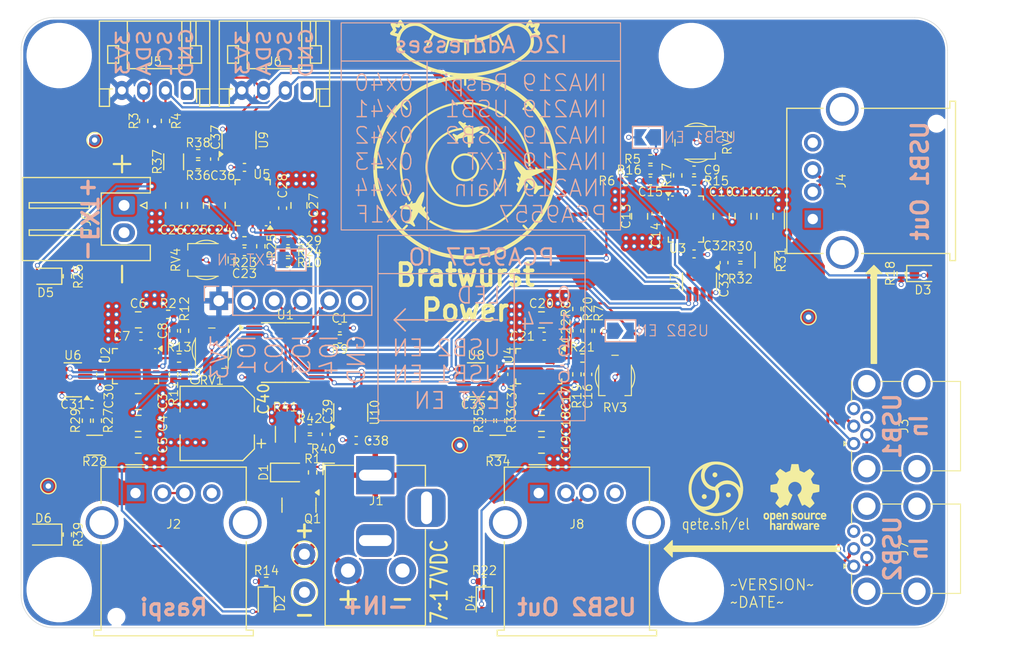
<source format=kicad_pcb>
(kicad_pcb (version 20240108) (generator "pcbnew") (generator_version "8.0")
  (title_block (title "BratwurstPower") (date "${DATE}") (rev "${VERSION}") (company "Qetesh"))
  (layers (0 "F.Cu" mixed) (1 "In1.Cu" power) (2 "In2.Cu" power) (31 "B.Cu" mixed) (34 "B.Paste" user) (35 "F.Paste" user) (36 "B.SilkS" user "B.Silkscreen") (37 "F.SilkS" user "F.Silkscreen") (38 "B.Mask" user) (39 "F.Mask" user) (44 "Edge.Cuts" user))
  (property "DATE" "~DATE~")
  (property "VERSION" "~VERSION~")
  (net 0 "")
  (net 1 "GND")
  (net 2 "+12V")
  (net 3 "/BuckRaspi/FB")
  (net 4 "/BuckRaspi/EN")
  (net 5 "/+5Vr")
  (net 6 "/BuckRaspi/Dc")
  (net 8 "/+5Vu1")
  (net 9 "/BuckUSB1/FB")
  (net 10 "+3V3")
  (net 11 "/BuckUSB2/FB")
  (net 12 "/+5Vu2")
  (net 13 "/BuckEXT/FB")
  (net 14 "/+5Ve")
  (net 15 "/+5VBr")
  (net 16 "/BuckUSB1/Dc")
  (net 17 "/BuckUSB2/Dc")
  (net 18 "/BuckEXT/Dc")
  (net 19 "Net-(J2-D+)")
  (net 20 "/Du1+")
  (net 21 "/Du1-")
  (net 22 "/Du2+")
  (net 23 "/Du2-")
  (net 24 "/BuckRaspi/PG")
  (net 25 "/BuckUSB1/PG")
  (net 26 "/BuckUSB2/PG")
  (net 27 "/BuckEXT/PG")
  (net 28 "/BuckRaspi/FBt")
  (net 29 "/+5VBu1")
  (net 30 "/+5VBu2")
  (net 31 "/BuckUSB1/FBt")
  (net 35 "/BuckUSB2/FBt")
  (net 36 "/BuckEXT/FBt")
  (net 37 "/5Vu1EN")
  (net 38 "/5Vu2EN")
  (net 39 "/5VeEN")
  (net 40 "/U1en")
  (net 41 "/U2en")
  (net 42 "/+5VBe")
  (net 43 "/Een")
  (net 44 "/MeterRaspi/IN-")
  (net 45 "/MeterRaspi/IN+")
  (net 46 "/MeterUSB1/IN-")
  (net 47 "/MeterUSB1/IN+")
  (net 48 "/MeterUSB2/IN-")
  (net 49 "/MeterUSB2/IN+")
  (net 50 "/MeterEXT/IN+")
  (net 51 "/MeterEXT/IN-")
  (net 82 "/U1vbus")
  (net 84 "SDA")
  (net 85 "SCL")
  (net 87 "/U2vbus")
  (net 88 "Net-(U1-~{RESET})")
  (net 89 "Net-(D6-K)")
  (net 90 "/IO3")
  (net 91 "/IO2")
  (net 92 "/IO4")
  (net 93 "/IO1")
  (net 105 "/~{BLen}")
  (net 106 "/MeterMain/IN+")
  (net 107 "/MeterMain/IN-")
  (net 108 "/Q1g")
  (net 109 "/+12Vpp")
  (net 110 "/+12Vin")
  (footprint "Connector_USB:USB_A_Molex_67643_Horizontal" (layer "F.Cu") (at 138 123.64)
    (property "Reference" "J2")
    (property "Value" "Raspi")
  )
  (footprint "Capacitor_SMD:C_0402_1005Metric" (layer "F.Cu") (at 192 102.5 -90)
    (property "Reference" "C33")
    (property "Value" "100n")
  )
  (footprint "Resistor_SMD:R_0402_1005Metric" (layer "F.Cu") (at 154 118.75)
    (property "Reference" "R40")
    (property "Value" "10Ω")
  )
  (footprint "Capacitor_SMD:C_0805_2012Metric" (layer "F.Cu") (at 191.75 98.250001 90)
    (property "Reference" "C10")
    (property "Value" "22u")
  )
  (footprint "My_Footprints:JLCPCB_Tooling_Hole" (layer "F.Cu") (at 211.5 89.75)
    (property "Reference" "REF**" (hide yes))
    (property "Value" "JLCPCB_Tooling_Hole")
  )
  (footprint "MountingHole:MountingHole_2.7mm" (layer "F.Cu") (at 189 132.5)
    (property "Reference" "REF**" (hide yes))
    (property "Value" "MountingHole_2.7mm" (hide yes))
  )
  (footprint "Connector_JST:JST_PH_S4B-PH-K_1x04_P2.00mm_Horizontal" (layer "F.Cu") (at 153.75 86.7 180)
    (property "Reference" "J6")
    (property "Value" "I2C")
  )
  (footprint "Capacitor_SMD:C_0402_1005Metric" (layer "F.Cu") (at 171 115.5 180)
    (property "Reference" "C35")
    (property "Value" "100n")
  )
  (footprint "Capacitor_SMD:C_0402_1005Metric" (layer "F.Cu") (at 134.8 112.75 90)
    (property "Reference" "C30")
    (property "Value" "100n")
  )
  (footprint "Capacitor_SMD:C_0805_2012Metric" (layer "F.Cu") (at 193.75 98.250001 90)
    (property "Reference" "C11")
    (property "Value" "22u")
  )
  (footprint "Resistor_SMD:R_0402_1005Metric" (layer "F.Cu") (at 185.250001 94)
    (property "Reference" "R16")
    (property "Value" "100k")
  )
  (footprint "My_Footprints:JLCPCB_Tooling_Hole" (layer "F.Cu") (at 136.25 135)
    (property "Reference" "REF**" (hide yes))
    (property "Value" "JLCPCB_Tooling_Hole")
  )
  (footprint "Capacitor_SMD:C_0402_1005Metric" (layer "F.Cu") (at 156.75 108.5 180)
    (property "Reference" "C1")
    (property "Value" "100n")
  )
  (footprint "Resistor_SMD:R_0402_1005Metric" (layer "F.Cu") (at 171.5 116.999999 90)
    (property "Reference" "R33")
    (property "Value" "10Ω")
  )
  (footprint "Resistor_SMD:R_0402_1005Metric" (layer "F.Cu") (at 138.75 89.5 90)
    (property "Reference" "R3")
    (property "Value" "3k3")
  )
  (footprint "Capacitor_SMD:C_0402_1005Metric" (layer "F.Cu") (at 189.25 94 180)
    (property "Reference" "C9")
    (property "Value" "10p")
  )
  (footprint "Capacitor_SMD:C_0402_1005Metric" (layer "F.Cu") (at 158.25 118.8)
    (property "Reference" "C38")
    (property "Value" "100n")
  )
  (footprint "Package_TO_SOT_SMD:SOT-23" (layer "F.Cu") (at 153 124.75 -90)
    (property "Reference" "Q1")
    (property "Value" "AO3401A")
  )
  (footprint "MountingHole:MountingHole_2.7mm" (layer "F.Cu") (at 131 132.5)
    (property "Reference" "REF**" (hide yes))
    (property "Value" "MountingHole_2.7mm" (hide yes))
  )
  (footprint "TestPoint:TestPoint_THTPad_D1.0mm_Drill0.5mm" (layer "F.Cu") (at 134.25 91.25)
    (property "Reference" "TP4" (hide yes))
    (property "Value" "+5Ve")
  )
  (footprint "Capacitor_SMD:C_0805_2012Metric" (layer "F.Cu") (at 153 97.25 90)
    (property "Reference" "C27")
    (property "Value" "10u")
  )
  (footprint "Capacitor_SMD:C_0805_2012Metric" (layer "F.Cu") (at 195.75 98.250001 90)
    (property "Reference" "C12")
    (property "Value" "22u")
  )
  (footprint "Package_SO:TSSOP-16_4.4x5mm_P0.65mm" (layer "F.Cu") (at 151.75 110.75)
    (property "Reference" "U1")
    (property "Value" "PCA9557PW")
  )
  (footprint "Resistor_SMD:R_0402_1005Metric" (layer "F.Cu") (at 183 95)
    (property "Reference" "R6")
    (property "Value" "10k")
  )
  (footprint "Resistor_SMD:R_0402_1005Metric" (layer "F.Cu") (at 178.5 112.75 90)
    (property "Reference" "R19")
    (property "Value" "150k")
  )
  (footprint "Capacitor_SMD:CP_Elec_6.3x5.8" (layer "F.Cu") (at 145.5 117.25 180)
    (property "Reference" "C40")
    (property "Value" "100uF")
  )
  (footprint "Capacitor_SMD:C_0805_2012Metric" (layer "F.Cu") (at 184.25 98.25 -90)
    (property "Reference" "C13")
    (property "Value" "10u")
  )
  (footprint "LED_SMD:LED_0805_2012Metric" (layer "F.Cu") (at 129.55 127.45 180)
    (property "Reference" "D6")
    (property "Value" "Blue Light")
  )
  (footprint "BratwurstPower:BratwurstLogo_Filled" (layer "F.Cu") (at 168.25 93.75)
    (property "Reference" "REF**" (hide yes))
    (property "Value" "BratwurstLogo_Filled")
  )
  (footprint "Resistor_SMD:R_0402_1005Metric" (layer "F.Cu") (at 131.75 127.45 -90)
    (property "Reference" "R39")
    (property "Value" "150R")
  )
  (footprint "Capacitor_SMD:C_0402_1005Metric" (layer "F.Cu") (at 145.25 93 90)
    (property "Reference" "C37")
    (property "Value" "100n")
  )
  (footprint "TestPoint:TestPoint_THTPad_D1.0mm_Drill0.5mm" (layer "F.Cu") (at 130 123)
    (property "Reference" "TP1" (hide yes))
    (property "Value" "+5Vr")
  )
  (footprint "Resistor_SMD:R_0402_1005Metric" (layer "F.Cu") (at 131.75 103.75 90)
    (property "Reference" "R26")
    (property "Value" "3k3")
  )
  (footprint "Resistor_SMD:R_0402_1005Metric" (layer "F.Cu") (at 133.5 117 90)
    (property "Reference" "R29")
    (property "Value" "10Ω")
  )
  (footprint "Package_TO_SOT_SMD:SOT-23-8" (layer "F.Cu") (at 157.75 116.25 90)
    (property "Reference" "U10")
    (property "Value" "INA219AxDCN")
  )
  (footprint "Resistor_SMD:R_0402_1005Metric" (layer "F.Cu") (at 208.25 103.5 -90)
    (property "Reference" "R18")
    (property "Value" "3k3")
  )
  (footprint "Resistor_SMD:R_0402_1005Metric" (layer "F.Cu") (at 178.5 106.75 -90)
    (property "Reference" "R8")
    (property "Value" "10k")
  )
  (footprint "Resistor_SMD:R_0402_1005Metric" (layer "F.Cu") (at 154 117.75)
    (property "Reference" "R42")
    (property "Value" "10Ω")
  )
  (footprint "Capacitor_SMD:C_0402_1005Metric" (layer "F.Cu") (at 151.999999 100.5 180)
    (property "Reference" "C29")
    (property "Value" "10n")
  )
  (footprint "Connector_JST:JST_PH_S4B-PH-K_1x04_P2.00mm_Horizontal" (layer "F.Cu") (at 142.75 86.7 180)
    (property "Reference" "J5")
    (property "Value" "I2C")
  )
  (footprint "Capacitor_SMD:C_0402_1005Metric" (layer "F.Cu") (at 155.5 118.25 90)
    (property "Reference" "C39")
    (property "Value" "100n")
  )
  (footprint "TestPoint:TestPoint_THTPad_D2.0mm_Drill1.0mm" (layer "F.Cu") (at 153.5 129.25 180)
    (property "Reference" "TP5" (hide yes))
    (property "Value" "+12V")
  )
  (footprint "BratwurstPower:Potentiometer_hdk_VG039NCHXT" (layer "F.Cu") (at 145 110.5 180)
    (property "Reference" "RV1")
    (property "Value" "2k")
  )
  (footprint "Capacitor_SMD:C_0805_2012Metric" (layer "F.Cu") (at 138.25 117.25)
    (property "Reference" "C4")
    (property "Value" "22u")
  )
  (footprint "Resistor_SMD:R_0402_1005Metric" (layer "F.Cu") (at 179 111.25)
    (property "Reference" "R21")
    (property "Value" "18k")
  )
  (footprint "Symbol:OSHW-Logo_5.7x6mm_SilkScreen" (layer "F.Cu") (at 198.5 124)
    (property "Reference" "REF**" (hide yes))
    (property "Value" "OSHW-Logo_5.7x6mm_SilkScreen" (hide yes))
  )
  (footprint "Capacitor_SMD:C_0805_2012Metric" (layer "F.Cu") (at 175.25 115.25)
    (property "Reference" "C17")
    (property "Value" "22u")
  )
  (footprint "BratwurstPower:Potentiometer_hdk_VG039NCHXT" (layer "F.Cu") (at 144.5 102.25 90)
    (property "Reference" "RV4")
    (property "Value" "2k")
  )
  (footprint "Capacitor_SMD:C_0402_1005Metric" (layer "F.Cu") (at 189.25 101.7 180)
    (property "Reference" "C32")
    (property "Value" "100n")
  )
  (footprint "MountingHole:MountingHole_2.7mm" (layer "F.Cu") (at 131 83.5)
    (property "Reference" "REF**" (hide yes))
    (property "Value" "MountingHole_2.7mm" (hide yes))
  )
  (footprint "Resistor_SMD:R_0402_1005Metric" (layer "F.Cu") (at 143.750001 93.5)
    (property "Reference" "R36")
    (property "Value" "10Ω")
  )
  (footprint "BratwurstPower:Potentiometer_hdk_VG039NCHXT" (layer "F.Cu") (at 182 113 180)
    (property "Reference" "RV3")
    (property "Value" "2k")
  )
  (footprint "Resistor_SMD:R_0402_1005Metric" (layer "F.Cu") (at 170 131.75 180)
    (property "Reference" "R22")
    (property "Value" "3k3")
  )
  (footprint "Capacitor_SMD:C_0402_1005Metric" (layer "F.Cu") (at 171.8 112.75 90)
    (property "Reference" "C34")
    (property "Value" "100n")
  )
  (footprint "TestPoint:TestPoint_THTPad_D2.0mm_Drill1.0mm" (layer "F.Cu") (at 153.5 132.75 180)
    (property "Reference" "TP6" (hide yes))
    (property "Value" "GND")
  )
  (footprint "Resistor_SMD:R_0402_1005Metric" (layer "F.Cu") (at 170.5 117 90)
    (property "Reference" "R35")
    (property "Value" "10Ω")
  )
  (footprint "BratwurstPower:Connector_USB_Mini_THT" (layer "F.Cu") (at 208.5 128.75 90)
    (property "Reference" "J7")
    (property "Value" "USB2in")
  )
  (footprint "Resistor_SMD:R_1206_3216Metric" (layer "F.Cu") (at 151.75 118.25 90)
    (property "Reference" "R41")
    (property "Value" "10mΩ")
  )
  (footprint "Resistor_SMD:R_0402_1005Metric" (layer "F.Cu") (at 185.25 93 180)
    (property "Reference" "R5")
    (property "Value" "330k")
  )
  (footprint "TestPoint:TestPoint_THTPad_D1.0mm_Drill0.5mm" (layer "F.Cu") (at 199.75 107.5)
    (property "Reference" "TP2" (hide yes))
    (property "Value" "+5Vu1")
  )
  (footprint "Resistor_SMD:R_0402_1005Metric" (layer "F.Cu") (at 140.75 89.5 90)
    (property "Reference" "R4")
    (property "Value" "3k3")
  )
  (footprint "Capacitor_SMD:C_0402_1005Metric" (layer "F.Cu") (at 148 101.5)
    (property "Reference" "C23")
    (property "Value" "10p")
  )
  (footprint "LED_SMD:LED_0603_1608Metric" (layer "F.Cu") (at 129.75 103.75 180)
    (property "Reference" "D5")
    (property "Value" "BuckEXT")
  )
  (footprint "Package_TO_SOT_SMD:SOT-23-8" (layer "F.Cu") (at 147.5 91.25 90)
    (property "Reference" "U9")
    (property "Value" "INA219AxDCN")
  )
  (footprint "TPSM86325x:QFN-FCMOD" (layer "F.Cu") (at 138 112 -90)
    (property "Reference" "U2")
    (property "Value" "TPSM863257")
  )
  (footprint "Resistor_SMD:R_1206_3216Metric" (layer "F.Cu") (at 134.25 119.25 180)
    (property "Reference" "R28")
    (property "Value" "10mΩ")
  )
  (footprint "LED_SMD:LED_0603_1608Metric" (layer "F.Cu") (at 210.25 103.5)
    (property "Reference" "D3")
    (property "Value" "BuckUSB1")
  )
  (footprint "My_Footprints:CutieMark5mmInverted" (layer "F.Cu") (at 191.25 123.25)
    (property "Reference" "G***" (hide yes))
    (property "Value" "LOGO" (hide yes))
  )
  (footprint "Capacitor_SMD:C_0402_1005Metric" (layer "F.Cu") (at 185.25 95)
    (property "Reference" "C15")
    (property "Value" "10n")
  )
  (footprint "LED_SMD:LED_0603_1608Metric" (layer "F.Cu") (at 170 133.75 -90)
    (property "Reference" "D4")
    (property "Value" "BuckUSB2")
  )
  (footprint "Resistor_SMD:R_0402_1005Metric" (layer "F.Cu") (at 148 100.5)
    (property "Reference" "R23")
    (property "Value" "150k")
  )
  (footprint "Resistor_SMD:R_0402_1005Metric" (layer "F.Cu") (at 189.25 95 180)
    (property "Reference" "R15")
    (property "Value" "150k")
  )
  (footprint "Capacitor_SMD:C_0805_2012Metric" (layer "F.Cu") (at 175.25 117.25)
    (property "Reference" "C18")
    (property "Value" "22u")
  )
  (footprint "Connector_USB:USB_A_Molex_67643_Horizontal" (layer "F.Cu") (at 200.14 98.5 90)
    (property "Reference" "J4")
    (property "Value" "USB1out")
  )
  (footprint "Resistor_SMD:R_0402_1005Metric" (layer "F.Cu") (at 141.5 112.75 90)
    (property "Reference" "R11")
    (property "Value" "150k")
  )
  (footprint "Connector_USB:USB_A_Molex_67643_Horizontal" (layer "F.Cu") (at 175 123.64)
    (property "Reference" "J8")
    (property "Value" "USB2out")
  )
  (footprint "Resistor_SMD:R_0402_1005Metric" (layer "F.Cu") (at 179.5 108.75 -90)
    (property "Reference" "R20")
    (property "Value" "100k")
  )
  (footprint "Capacitor_SMD:C_0402_1005Metric" (layer "F.Cu") (at 148 93.76)
    (property "Reference" "C36")
    (property "Value" "100n")
  )
  (footprint "Resistor_SMD:R_0402_1005Metric" (layer "F.Cu") (at 156.75 109.5 180)
    (property "Reference" "R9")
    (property "Value" "10k")
  )
  (footprint "Capacitor_SMD:C_0805_2012Metric" (layer "F.Cu") (at 145.5 97.249999 -90)
    (property "Reference" "C24")
    (property "Value" "22u")
  )
  (footprint "Resistor_SMD:R_0402_1005Metric" (layer "F.Cu") (at 141 107.25)
    (property "Reference" "R2")
    (property "Value" "330k")
  )
  (footprint "Capacitor_SMD:C_0805_2012Metric" (layer "F.Cu") (at 143.5 97.249999 -90)
    (property "Reference" "C25")
    (property "Value" "22u")
  )
  (footprint "Capacitor_SMD:C_0402_1005Metric" (layer "F.Cu") (at 175.5 109.25 180)
    (property "Reference" "C21")
    (property "Value" "100n")
  )
  (footprint "Resistor_SMD:R_0402_1005Metric" (layer "F.Cu") (at 180.5 108.75 90)
    (property "Reference" "R7")
    (property "Value" "330k")
  )
  (footprint "Capacitor_SMD:C_0402_1005Metric" (layer "F.Cu") (at 179.5 112.75 90)
    (property "Reference" "C16")
    (property "Value" "10p")
  )
  (footprint "Resistor_SMD:R_0402_1005Metric" (layer "F.Cu") (at 150 131.75 180)
    (property "Reference" "R14")
    (property "Value" "3k3")
  )
  (footprint "Resistor_SMD:R_0402_1005Metric" (layer "F.Cu") (at 193.5 103 180)
    (property "Reference" "R32")
    (property "Value" "10Ω")
  )
  (footprint "Capacitor_SMD:C_0402_1005Metric" (layer "F.Cu") (at 141.5 108.75 -90)
    (property "Reference" "C8")
    (property "Value" "10n")
  )
  (footprint "Capacitor_SMD:C_0805_2012Metric" (layer "F.Cu") (at 175.25 107.75 180)
    (property "Reference" "C20")
    (property "Value" "10u")
  )
  (footprint "Capacitor_SMD:C_0805_2012Metric" (layer "F.Cu") (at 141.5 97.249999 -90)
    (property "Reference" "C26")
    (property "Value" "22u")
  )
  (footprint "Capacitor_SMD:C_0805_2012Metric" (layer "F.Cu") (at 138.25 107.75 180)
    (property "Reference" "C6")
    (property "Value" "10u")
  )
  (footprint "Resistor_SMD:R_0402_1005Metric" (layer "F.Cu") (at 152 102.5)
    (property "Reference" "R10")
    (property "Value" "330k")
  )
  (footprint "Package_TO_SOT_SMD:SOT-23-8" (layer "F.Cu") (at 132.25 113.25 180)
    (property "Reference" "U6")
    (property "Value" "INA219AxDCN")
  )
  (footprint "Capacitor_SMD:C_0805_2012Metric" (layer "F.Cu") (at 175.25 119.25)
    (property "Reference" "C19")
    (property "Value" "22u")
  )
  (footprint "Capacitor_SMD:C_0402_1005Metric" (layer "F.Cu") (at 134 115.5 180)
    (property "Reference" "C31")
    (property "Value" "100n")
  )
  (footprint "Connector_JST:JST_XH_S2B-XH-A_1x02_P2.50mm_Horizontal" (layer "F.Cu") (at 136.95 97.25 -90)
    (property "Reference" "J9")
    (property "Value" "EXT")
  )
  (footprint "Resistor_SMD:R_0402_1005Metric" (layer "F.Cu") (at 143.75 92.5)
    (property "Reference" "R38")
    (property "Value" "10Ω")
  )
  (footprint "MountingHole:MountingHole_2.7mm" (layer "F.Cu") (at 189 83.5)
    (property "Reference" "REF**" (hide yes))
    (property "Value" "MountingHole_2.7mm" (hide yes))
  )
  (footprint "Resistor_SMD:R_1206_3216Metric" (layer "F.Cu") (at 141.5 93.25 90)
    (property "Reference" "R37")
    (property "Value" "10mΩ")
  )
  (footprint "BratwurstPower:BarrelJack_Combined" (layer "F.Cu") (at 160 122 90)
    (property "Reference" "J1")
    (property "Value" "BarrelJack")
  )
  (footprint "Resistor_SMD:R_0402_1005Metric" (layer "F.Cu") (at 187.750001 94.5 90)
    (property "Reference" "R17")
    (property "Value" "18k")
  )
  (footprint "Capacitor_SMD:C_0805_2012Metric" (layer "F.Cu") (at 138.25 115.25)
    (property "Reference" "C3")
    (property "Value" "22u")
  )
  (footprint "Resistor_SMD:R_1206_3216Metric" (layer "F.Cu") (at 171.25 119.25 180)
    (property "Reference" "R34")
    (property "Value" "10mΩ")
  )
  (footprint "Capacitor_SMD:C_0402_1005Metric" (layer "F.Cu") (at 142.5 112.75 90)
    (property "Reference" "C2")
    (property "Value" "10p")
  )
  (footprint "Diode_SMD:D_SOD-323F" (layer "F.Cu") (at 152 121.75)
    (property "Reference" "D1")
    (property "Value" "MM3Z10")
  )
  (footprint "Resistor_SMD:R_0402_1005Metric" (layer "F.Cu") (at 193.499999 102 180)
    (property "Reference" "R30")
    (property "Value" "10Ω")
  )
  (footprint "Capacitor_SMD:C_0402_1005Metric" (layer "F.Cu") (at 151.5 97.5 90)
    (property "Reference" "C28")
    (property "Value" "100n")
  )
  (footprint "Resistor_SMD:R_0402_1005Metric" (layer "F.Cu") (at 151.999999 101.5 180)
    (property "Reference" "R24")
    (property "Value" "100k")
  )
  (footprint "Capacitor_SMD:C_0402_1005Metric" (layer "F.Cu") (at 185.75 98 -90)
    (property "Reference" "C14")
    (property "Value" "100n")
  )
  (footprint "BratwurstPower:Potentiometer_hdk_VG039NCHXT" (layer "F.Cu") (at 189.5 91.5 -90)
    (property "Reference" "RV2")
    (property "Value" "2k")
  )
  (footprint "Resistor_SMD:R_0402_1005Metric" (layer "F.Cu") (at 149.499999 101 -90)
    (property "Reference" "R25")
    (property "Value" "18k")
  )
  (footprint "Resistor_SMD:R_0402_1005Metric" (layer "F.Cu") (at 134.5 117 90)
    (property "Reference" "R27")
    (property "Value" "10Ω")
  )
  (footprint "Resistor_SMD:R_0402_1005Metric" (layer "F.Cu") (at 142.5 108.75 -90)
    (property "Reference" "R12")
    (property "Value" "100k")
  )
  (footprint "BratwurstPower:Connector_USB_Mini_THT" (layer "F.Cu") (at 208.5 117.5 90)
    (property "Reference" "J3")
    (property "Value" "USB1in")
  )
  (footprint "LED_SMD:LED_0603_1608Metric" (layer "F.Cu") (at 150 133.75 -90)
    (property "Reference" "D2")
    (property "Value" "BuckRaspi")
  )
  (footprint "Resistor_SMD:R_0402_1005Metric" (layer "F.Cu") (at 142 111.25)
    (property "Reference" "R13")
    (property "Value" "18k")
  )
  (footprint "Package_TO_SOT_SMD:SOT-23-8" (layer "F.Cu") (at 169.25 113.25 180)
    (property "Reference" "U8")
    (property "Value" "INA219AxDCN")
  )
  (footprint "Capacitor_SMD:C_0402_1005Metric" (layer "F.Cu") (at 138.5 109.25 180)
    (property "Reference" "C7")
    (property "Value" "100n")
  )
  (footprint "Resistor_SMD:R_0402_1005Metric" (layer "F.Cu") (at 154.25 121.75 90)
    (property "Reference" "R1")
    (property "Value" "100k")
  )
  (footprint "Resistor_SMD:R_1206_3216Metric" (layer "F.Cu") (at 195.75 102.25 -90)
    (property "Reference" "R31")
    (property "Value" "10mΩ")
  )
  (footprint "TestPoint:TestPoint_THTPad_D1.0mm_Drill0.5mm" (layer "F.Cu") (at 167.75 119.25)
    (property "Reference" "TP3" (hide yes))
    (property "Value" "+5Vu2")
  )
  (footprint "Capacitor_SMD:C_0805_2012Metric" (layer "F.Cu") (at 138.25 119.25)
    (property "Reference" "C5")
    (property "Value" "22u")
  )
  (footprint "TPSM86325x:QFN-FCMOD" (layer "F.Cu") (at 175 112 -90)
    (property "Reference" "U4")
    (property "Value" "TPSM863257")
  )
  (footprint "Package_TO_SOT_SMD:SOT-23-8" (layer "F.Cu") (at 189.75 104.25 -90)
    (property "Reference" "U7")
    (property "Value" "INA219AxDCN")
  )
  (footprint "Capacitor_SMD:C_0402_1005Metric" (layer "F.Cu") (at 178.5 108.75 -90)
    (property "Reference" "C22")
    (property "Value" "10n")
  )
  (footprint "TPSM86325x:QFN-FCMOD" (layer "F.Cu") (at 188.5 98.5)
    (property "Reference" "U3")
    (property "Value" "TPSM863257")
  )
  (footprint "TPSM86325x:QFN-FCMOD" (layer "F.Cu") (at 148.75 97 180)
    (property "Reference" "U5")
    (property "Value" "TPSM863257")
  )
  (footprint "Jumper:SolderJumper-2_P1.3mm_Open_TrianglePad1.0x1.5mm" (layer "B.Cu") (at 152.25 102.25)
    (property "Reference" "JP3" (hide yes))
    (property "Value" "5VeEN")
  )
  (footprint "Connector_PinHeader_2.54mm:PinHeader_1x06_P2.54mm_Vertical" (layer "B.Cu") (at 145.65 106 -90)
    (property "Reference" "J10" (hide yes))
    (property "Value" "GPIO")
  )
  (footprint "Jumper:SolderJumper-2_P1.3mm_Open_TrianglePad1.0x1.5mm" (layer "B.Cu") (at 185 91 180)
    (property "Reference" "JP1" (hide yes))
    (property "Value" "5Vu1EN")
  )
  (footprint "Jumper:SolderJumper-2_P1.3mm_Open_TrianglePad1.0x1.5mm" (layer "B.Cu") (at 182.5 108.75)
    (property "Reference" "JP2" (hide yes))
    (property "Value" "5Vu2EN")
  )
  (gr_line (start 171.25 107.75) (end 161.75 107.75) (stroke (width 0.15)) (layer "B.SilkS"))
  (gr_line (start 161.75 107.75) (end 162.75 108.75) (stroke (width 0.15)) (layer "B.SilkS"))
  (gr_line (start 161.75 107.75) (end 162.75 106.75) (stroke (width 0.15)) (layer "B.SilkS"))
  (gr_poly (pts (xy 202.6 128.5) (xy 187.25 128.5) (xy 187.25 128) (xy 186.5 128.75) (xy 187.25 129.5) (xy 187.25 129) (xy 202.6 129)) (stroke (width 0.1)) (fill solid) (layer "F.SilkS"))
  (gr_poly (pts (xy 206 111.75) (xy 206 103.5) (xy 206.5 103.5) (xy 205.75 102.75) (xy 205 103.5) (xy 205.5 103.5) (xy 205.5 111.75)) (stroke (width 0.1)) (fill solid) (layer "F.SilkS"))
  (gr_line (start 130.5 136) (end 209.5 136) (stroke (width 0.05)) (layer "Edge.Cuts"))
  (gr_arc (start 209.5 80) (mid 211.62132 80.87868) (end 212.5 83) (stroke (width 0.05)) (layer "Edge.Cuts"))
  (gr_arc (start 127.5 83) (mid 128.37868 80.87868) (end 130.5 80) (stroke (width 0.05)) (layer "Edge.Cuts"))
  (gr_arc (start 130.5 136) (mid 128.37868 135.12132) (end 127.5 133) (stroke (width 0.05)) (layer "Edge.Cuts"))
  (gr_line (start 130.5 80) (end 209.5 80) (stroke (width 0.05)) (layer "Edge.Cuts"))
  (gr_line (start 127.5 83) (end 127.5 133) (stroke (width 0.05)) (layer "Edge.Cuts"))
  (gr_arc (start 212.5 133) (mid 211.62132 135.12132) (end 209.5 136) (stroke (width 0.05)) (layer "Edge.Cuts"))
  (gr_line (start 212.5 133) (end 212.5 83) (stroke (width 0.05)) (layer "Edge.Cuts"))
  (gr_text "EXT EN" (at 150.85 102.25 0) (layer "B.SilkS") (effects (font (size 1 1) (thickness 0.1)) (justify left mirror)))
  (gr_text "3V3\nIO1\nIO2\nIO3\nIO4\nGND" (at 152 109 90) (layer "B.SilkS") (effects (font (size 1.56 1.5)) (justify left mirror)))
  (gr_text "USB1 EN" (at 186.4 91 0) (layer "B.SilkS") (effects (font (size 1 1) (thickness 0.1)) (justify right mirror)))
  (gr_text "Raspi" (at 141.5 135 0) (layer "B.SilkS") (effects (font (size 1.5 1.5) (thickness 0.3) (bold yes)) (justify bottom mirror)))
  (gr_text "3V3\nSDA\nSCL\nGND" (at 139.75 83.25 90) (layer "B.SilkS") (effects (font (size 1.2 1.5) (thickness 0.2) (bold yes)) (justify mirror)))
  (gr_text "USB2 EN" (at 183.9 108.75 0) (layer "B.SilkS") (effects (font (size 1 1) (thickness 0.1)) (justify right mirror)))
  (gr_text "USB2 Out" (at 178.5 135 0) (layer "B.SilkS") (effects (font (size 1.5 1.5) (thickness 0.3) (bold yes)) (justify bottom mirror)))
  (gr_text "USB1 Out" (at 210.86 95 90) (layer "B.SilkS") (effects (font (size 1.5 1.5) (thickness 0.3) (bold yes)) (justify bottom mirror)))
  (gr_text "USB1\nIn" (at 210.75 117.5 90) (layer "B.SilkS") (effects (font (size 1.5 1.5) (thickness 0.3) (bold yes)) (justify bottom mirror)))
  (gr_text "-IN+" (at 160 134 0) (layer "B.SilkS") (effects (font (size 1.5 1.5) (thickness 0.3) (bold yes)) (justify mirror)))
  (gr_text "3V3\nSDA\nSCL\nGND" (at 150.75 83.25 90) (layer "B.SilkS") (effects (font (size 1.2 1.5) (thickness 0.2) (bold yes)) (justify mirror)))
  (gr_text "-EXT+" (at 133.75 98.5 270) (layer "B.SilkS") (effects (font (size 1.5 1.5) (thickness 0.3) (bold yes)) (justify mirror)))
  (gr_text "USB2\nIn" (at 210.75 128.75 90) (layer "B.SilkS") (effects (font (size 1.5 1.5) (thickness 0.3) (bold yes)) (justify bottom mirror)))
  (gr_text "${VERSION}\n${DATE}" (at 192.5 134.25 0) (layer "F.SilkS") (effects (font (size 1 1) (thickness 0.1)) (justify left bottom)))
  (gr_text "+     -" (at 135.75 98.5 270) (layer "F.SilkS") (effects (font (size 2 2) (thickness 0.2)) (justify bottom)))
  (gr_text "Bratwurst\nPower" (at 168.25 105.25 0) (layer "F.SilkS") (effects (font (size 2 1.8) (thickness 0.36) (bold yes))))
  (gr_text "-" (at 153.5 134.75 0) (layer "F.SilkS") (effects (font (size 1.5 1.5) (thickness 0.25))))
  (gr_text "+" (at 153.5 127 0) (layer "F.SilkS") (effects (font (size 1.5 1.5) (thickness 0.25))))
  (gr_text "qete.sh/el" (at 191.25 126.5 0) (layer "F.SilkS") (effects (font (size 1 0.8) (thickness 0.1))))
  (gr_text "7~17VDC" (at 166.75 131.75 90) (layer "F.SilkS") (effects (font (size 1.5 1.2) (thickness 0.1875)) (justify bottom)))
  (gr_text "+  -" (at 160 133.25 0) (layer "F.SilkS") (effects (font (size 2 1.8) (thickness 0.25))))
  (gr_text_box "0\n1-4\n5\n6\n7" (start 172.75 103.5) (end 179.25 117) (layer "B.SilkS") (effects (font (size 1.5 1.5)) (justify left top mirror)) (border yes) (stroke (width 0.1)))
  (gr_text_box "PCA9557 IO" (start 160.25 100) (end 179.25 103.5) (layer "B.SilkS") (effects (font (size 1.5 1.5) (thickness 0.2)) (justify top mirror)) (border yes) (stroke (width 0.1)))
  (gr_text_box "INA219 Raspi\nINA219 USB1\nINA219 USB2\nINA219 EXT\nINA219 Main\nPCA9557" (start 164.75 84) (end 182.5 99.5) (layer "B.SilkS") (effects (font (size 1.5 1.5) (thickness 0.125)) (justify left top mirror)) (border yes) (stroke (width 0.1)))
  (gr_text_box "LED\n\nUSB2 EN\nUSB1 EN\nEXT EN" (start 160.25 103.5) (end 172.75 117) (layer "B.SilkS") (effects (font (size 1.5 1.5)) (justify left top mirror)) (border yes) (stroke (width 0.1)))
  (gr_text_box "I2C Addresses" (start 156.875 80.5) (end 182.5 84) (layer "B.SilkS") (effects (font (size 1.5 1.5) (thickness 0.2) (bold yes)) (justify top mirror)) (border yes) (stroke (width 0.1)))
  (gr_text_box "0x40\n0x41\n0x42\n0x43\n0x44\n0x1F" (start 156.875 84) (end 164.75 99.5) (layer "B.SilkS") (effects (font (size 1.5 1.5) (thickness 0.125)) (justify left top mirror)) (border yes) (stroke (width 0.1)))
  (segment (start 151.519999 100.5) (end 151 100.5) (width 0.2) (layer "F.Cu") (net 1))
  (segment (start 158.075 116.59324) (end 157.425 115.94324) (width 0.2) (layer "F.Cu") (net 1))
  (segment (start 154.99 121.24) (end 155 121.25) (width 0.2) (layer "F.Cu") (net 1))
  (segment (start 157.77 118.8) (end 157.05 118.8) (width 0.2) (layer "F.Cu") (net 1))
  (segment (start 190.95 91.5) (end 189.5 91.5) (width 0.2) (layer "F.Cu") (net 1))
  (segment (start 189.73 101.75) (end 190.5 101.75) (width 0.2) (layer "F.Cu") (net 1))
  (segment (start 168.25 114.3625) (end 168.1125 114.225) (width 0.2) (layer "F.Cu") (net 1))
  (segment (start 157.05 118.8) (end 157 118.75) (width 0.2) (layer "F.Cu") (net 1))
  (segment (start 188.5 90.5) (end 189.5 91.5) (width 0.2) (layer "F.Cu") (net 1))
  (segment (start 191.25 105.25) (end 190.8625 105.25) (width 0.2) (layer "F.Cu") (net 1))
  (segment (start 154.25 121.24) (end 154.99 121.24) (width 0.2) (layer "F.Cu") (net 1))
  (segment (start 147.775 113.025) (end 147.75 113) (width 0.2) (layer "F.Cu") (net 1))
  (segment (start 168.25 114.75) (end 168.25 114.3625) (width 0.2) (layer "F.Cu") (net 1))
  (segment (start 185.73 95) (end 186.25 95) (width 0.2) (layer "F.Cu") (net 1))
  (segment (start 142.5 109.26) (end 141.53 109.26) (width 0.2) (layer "F.Cu") (net 1))
  (segment (start 157.23 108.5) (end 158 108.5) (width 0.2) (layer "F.Cu") (net 1))
  (segment (start 134.445 112.925) (end 133.3875 112.925) (width 0.2) (layer "F.Cu") (net 1))
  (segment (start 182 114.45) (end 182 113) (width 0.2) (layer "F.Cu") (net 1))
  (segment (start 147.52 93.75) (end 147.825 93.445) (width 0.2) (layer "F.Cu") (net 1))
  (segment (start 178.53 109.26) (end 178.5 109.23) (width 0.2) (layer "F.Cu") (net 1))
  (segment (start 131.75 103.24) (end 132.49 103.24) (width 0.2) (layer "F.Cu") (net 1))
  (segment (start 145 111.95) (end 145 110.25) (width 0.2) (layer "F.Cu") (net 1))
  (segment (start 171.445 112.925) (end 170.3875 112.925) (width 0.2) (layer "F.Cu") (net 1))
  (segment (start 145.5 103.25) (end 144.5 102.25) (width 0.2) (layer "F.Cu") (net 1))
  (segment (start 146.3875 90.25) (end 146.525 90.1125) (width 0.2) (layer "F.Cu") (net 1))
  (segment (start 157.425 115.94324) (end 157.425 115.1125) (width 0.2) (layer "F.Cu") (net 1))
  (segment (start 190.8625 105.25) (end 190.725 105.3875) (width 0.2) (layer "F.Cu") (net 1))
  (segment (start 157.77 118.8) (end 158.075 118.495) (width 0.2) (layer "F.Cu") (net 1))
  (segment (start 149.49 131.75) (end 149 131.75) (width 0.2) (layer "F.Cu") (net 1))
  (segment (start 131.25 114.75) (end 131.25 114.3625) (width 0.2) (layer "F.Cu") (net 1))
  (segment (start 169.49 131.75) (end 169 131.75) (width 0.2) (layer "F.Cu") (net 1))
  (segment (start 134.75 113.23) (end 134.75 114) (width 0.2) (layer "F.Cu") (net 1))
  (segment (start 141.5 109.23) (end 141.5 109.75) (width 0.2) (layer "F.Cu") (net 1))
  (segment (start 145 110.25) (end 146 109.25) (width 0.2) (layer "F.Cu") (net 1))
  (segment (start 189.73 101.75) (end 189.425 102.055) (width 0.2) (layer "F.Cu") (net 1))
  (segment (start 143.05 102.25) (end 144.5 102.25) (width 0.2) (layer "F.Cu") (net 1))
  (segment (start 134.75 113.23) (end 134.445 112.925) (width 0.2) (layer "F.Cu") (net 1))
  (segment (start 171.75 113.23) (end 171.445 112.925) (width 0.2) (layer "F.Cu") (net 1))
  (segment (start 141.53 109.26) (end 141.5 109.23) (width 0.2) (layer "F.Cu") (net 1))
  (segment (start 185.760001 94.969999) (end 185.73 95) (width 0.2) (layer "F.Cu") (net 1))
  (segment (start 146 109.25) (end 146 108.7) (width 0.2) (layer "F.Cu") (net 1))
  (segment (start 183 111.2) (end 183 112) (width 0.2) (layer "F.Cu") (net 1))
  (segment (start 187.7 90.5) (end 188.5 90.5) (width 0.2) (layer "F.Cu") (net 1))
  (segment (start 179.5 109.26) (end 178.53 109.26) (width 0.2) (layer "F.Cu") (net 1))
  (segment (start 147.825 93.445) (end 147.825 92.3875) (width 0.2) (layer "F.Cu") (net 1))
  (segment (start 178.5 109.23) (end 178.5 109.75) (width 0.2) (layer "F.Cu") (net 1))
  (segment (start 131.25 114.3625) (end 131.1125 114.225) (width 0.2) (layer "F.Cu") (net 1))
  (segment (start 146 90.25) (end 146.3875 90.25) (width 0.2) (layer "F.Cu") (net 1))
  (segment (start 132.49 103.24) (end 132.5 103.25) (width 0.2) (layer "F.Cu") (net 1))
  (segment (start 158.075 117.3875) (end 158.075 116.59324) (width 0.2) (layer "F.Cu") (net 1))
  (segment (start 147.52 93.75) (end 146.75 93.75) (width 0.2) (layer "F.Cu") (net 1))
  (segment (start 148.8875 113.025) (end 147.775 113.025) (width 0.2) (layer "F.Cu") (net 1))
  (segment (start 151.489999 101.5) (end 151.489999 100.53) (width 0.2) (layer "F.Cu") (net 1))
  (segment (start 185.760001 94) (end 185.760001 94.969999) (width 0.2) (layer "F.Cu") (net 1))
  (segment (start 158.075 118.495) (end 158.075 117.3875) (width 0.2) (layer "F.Cu") (net 1))
  (segment (start 183 112) (end 182 113) (width 0.2) (layer "F.Cu") (net 1))
  (segment (start 151.489999 100.53) (end 151.519999 100.5) (width 0.2) (layer "F.Cu") (net 1))
  (segment (start 171.75 113.23) (end 171.75 114) (width 0.2) (layer "F.Cu") (net 1))
  (segment (start 146.3 103.25) (end 145.5 103.25) (width 0.2) (layer "F.Cu") (net 1))
  (segment (start 189.425 102.055) (end 189.425 103.1125) (width 0.2) (layer "F.Cu") (net 1))
  (segment (start 131.1125 113.575) (end 131.1125 114.225) (width 0.2) (layer "F.Cu") (net 1))
  (segment (start 208.25 104.01) (end 208.25 104.5) (width 0.2) (layer "F.Cu") (net 1))
  (via (at 183 101) (size 0.45) (drill 0.3) (layers "F.Cu" "B.Cu") (net 1))
  (via (at 143.5 119) (size 0.45) (drill 0.3) (layers "F.Cu" "B.Cu") (net 1))
  (via (at 184.5 101) (size 0.45) (drill 0.3) (layers "F.Cu" "B.Cu") (net 1))
  (via (at 141.25 115.5) (size 0.45) (drill 0.3) (layers "F.Cu" "B.Cu") (net 1))
  (via (at 136.25 108) (size 0.45) (drill 0.3) (layers "F.Cu" "B.Cu") (net 1))
  (via (at 132.5 103.25) (size 0.45) (drill 0.3) (layers "F.Cu" "B.Cu") (net 1))
  (via (at 197 96) (size 0.45) (drill 0.3) (layers "F.Cu" "B.Cu") (net 1))
  (via (at 171.75 114) (size 0.45) (drill 0.3) (layers "F.Cu" "B.Cu") (net 1))
  (via (at 140.25 99.5) (size 0.45) (drill 0.3) (layers "F.Cu" "B.Cu") (net 1))
  (via (at 140.5 121.25) (size 0.45) (drill 0.3) (layers "F.Cu" "B.Cu") (net 1))
  (via (at 152 95.25) (size 0.45) (drill 0.3) (layers "F.Cu" "B.Cu") (net 1))
  (via (at 152.75 94.5) (size 0.45) (drill 0.3) (layers "F.Cu" "B.Cu") (net 1))
  (via (at 176 120.5) (size 0.45) (drill 0.3) (layers "F.Cu" "B.Cu") (net 1))
  (via (at 135.5 109.5) (size 0.45) (drill 0.3) (layers "F.Cu" "B.Cu") (net 1))
  (via (at 197 96.75) (size 0.45) (drill 0.3) (layers "F.Cu" "B.Cu") (net 1))
  (via (at 186 100.25) (size 0.45) (drill 0.3) (layers "F.Cu" "B.Cu") (net 1))
  (via (at 208.25 104.5) (size 0.45) (drill 0.3) (layers "F.Cu" "B.Cu") (net 1))
  (via (at 177.5 118.25) (size 0.45) (drill 0.3) (layers "F.Cu" "B.Cu") (net 1))
  (via (at 183 100.25) (size 0.45) (drill 0.3) (layers "F.Cu" "B.Cu") (net 1))
  (via (at 136.25 108.75) (size 0.45) (drill 0.3) (layers "F.Cu" "B.Cu") (net 1))
  (via (at 140.5 115.25) (size 0.45) (drill 0.3) (layers "F.Cu" "B.Cu") (net 1))
  (via (at 194.75 96) (size 0.45) (drill 0.3) (layers "F.Cu" "B.Cu") (net 1))
  (via (at 186 101) (size 0.45) (drill 0.3) (layers "F.Cu" "B.Cu") (net 1))
  (via (at 183.75 100.25) (size 0.45) (drill 0.3) (layers "F.Cu" "B.Cu") (net 1))
  (via (at 135.5 106.5) (size 0.45) (drill 0.3) (layers "F.Cu" "B.Cu") (net 1))
  (via (at 140.5 120.5) (size 0.45) (drill 0.3) (layers "F.Cu" "B.Cu") (net 1))
  (via (at 144.5 102.25) (size 0.45) (drill 0.3) (layers "F.Cu" "B.Cu") (net 1))
  (via (at 197.75 96) (size 0.45) (drill 0.3) (layers "F.Cu" "B.Cu") (net 1))
  (via (at 169 131.75) (size 0.45) (drill 0.3) (layers "F.Cu" "B.Cu") (net 1))
  (via (at 142.5 99.5) (size 0.45) (drill 0.3) (layers "F.Cu" "B.Cu") (net 1))
  (via (at 142.75 115.5) (size 0.45) (drill 0.3) (layers "F.Cu" "B.Cu") (net 1))
  (via (at 139.5 99.5) (size 0.45) (drill 0.3) (layers "F.Cu" "B.Cu") (net 1))
  (via (at 139.5 98.75) (size 0.45) (drill 0.3) (layers "F.Cu" "B.Cu") (net 1))
  (via (at 141.75 99.5) (size 0.45) (drill 0.3) (layers "F.Cu" "B.Cu") (net 1))
  (via (at 172.5 107.25) (size 0.45) (drill 0.3) (layers "F.Cu" "B.Cu") (net 1))
  (via (at 172.5 108.75) (size 0.45) (drill 0.3) (layers "F.Cu" "B.Cu") (net 1))
  (via (at 153.5 95.25) (size 0.45) (drill 0.3) (layers "F.Cu" "B.Cu") (net 1))
  (via (at 131.25 114.75) (size 0.45) (drill 0.3) (layers "F.Cu" "B.Cu") (net 1))
  (via (at 155 121.25) (size 0.45) (drill 0.3) (layers "F.Cu" "B.Cu") (net 1))
  (via (at 193.25 96) (size 0.45) (drill 0.3) (layers "F.Cu" "B.Cu") (net 1))
  (via (at 177.5 119) (size 0.45) (drill 0.3) (layers "F.Cu" "B.Cu") (net 1))
  (via (at 197.75 97.5) (size 0.45) (drill 0.3) (layers "F.Cu" "B.Cu") (net 1))
  (via (at 141 99.5) (size 0.45) (drill 0.3) (layers "F.Cu" "B.Cu") (net 1))
  (via (at 146.25 99.5) (size 0.45) (drill 0.3) (layers "F.Cu" "B.Cu") (net 1))
  (via (at 190.5 101.75) (size 0.45) (drill 0.3) (layers "F.Cu" "B.Cu") (net 1))
  (via (at 172.5 108) (size 0.45) (drill 0.3) (layers "F.Cu" "B.Cu") (net 1))
  (via (at 144.25 115.5) (size 0.45) (drill 0.3) (layers "F.Cu" "B.Cu") (net 1))
  (via (at 135.5 108.75) (size 0.45) (drill 0.3) (layers "F.Cu" "B.Cu") (net 1))
  (via (at 140.25 98.75) (size 0.45) (drill 0.3) (layers "F.Cu" "B.Cu") (net 1))
  (via (at 139 121.25) (size 0.45) (drill 0.3) (layers "F.Cu" "B.Cu") (net 1))
  (via (at 144 99.5) (size 0.45) (drill 0.3) (layers "F.Cu" "B.Cu") (net 1))
  (via (at 140.5 119.75) (size 0.45) (drill 0.3) (layers "F.Cu" "B.Cu") (net 1))
  (via (at 177.5 114.5) (size 0.45) (drill 0.3) (layers "F.Cu" "B.Cu") (net 1))
  (via (at 139.75 120.5) (size 0.45) (drill 0.3) (layers "F.Cu" "B.Cu") (net 1))
  (via (at 144.25 119) (size 0.45) (drill 0.3) (layers "F.Cu" "B.Cu") (net 1))
  (via (at 140.5 116) (size 0.45) (drill 0.3) (layers "F.Cu" "B.Cu") (net 1))
  (via (at 184.5 100.25) (size 0.45) (drill 0.3) (layers "F.Cu" "B.Cu") (net 1))
  (via (at 191.75 96) (size 0.45) (drill 0.3) (layers "F.Cu" "B.Cu") (net 1))
  (via (at 168.25 114.75) (size 0.45) (drill 0.3) (layers "F.Cu" "B.Cu") (net 1))
  (via (at 141.5 109.75) (size 0.45) (drill 0.3) (layers "F.Cu" "B.Cu") (net 1))
  (via (at 176.75 120.5) (size 0.45) (drill 0.3) (layers "F.Cu" "B.Cu") (net 1))
  (via (at 151 100.5) (size 0.45) (drill 0.3) (layers "F.Cu" "B.Cu") (net 1))
  (via (at 140.25 118.25) (size 0.45) (drill 0.3) (layers "F.Cu" "B.Cu") (net 1))
  (via (at 172.5 109.5) (size 0.45) (drill 0.3) (layers "F.Cu" "B.Cu") (net 1))
  (via (at 140.25 116.75) (size 0.45) (drill 0.3) (layers "F.Cu" "B.Cu") (net 1))
  (via (at 136.25 107.25) (size 0.45) (drill 0.3) (layers "F.Cu" "B.Cu") (net 1))
  (via (at 176 121.25) (size 0.45) (drill 0.3) (layers "F.Cu" "B.Cu") (net 1))
  (via (at 177.5 120.5) (size 0.45) (drill 0.3) (layers "F.Cu" "B.Cu") (net 1))
  (via (at 146.75 93.75) (size 0.45) (drill 0.3) (layers "F.Cu" "B.Cu") (net 1))
  (via (at 157 118.75) (size 0.45) (drill 0.3) (layers "F.Cu" "B.Cu") (net 1))
  (via (at 139.75 121.25) (size 0.45) (drill 0.3) (layers "F.Cu" "B.Cu") (net 1))
  (via (at 149 131.75) (size 0.45) (drill 0.3) (layers "F.Cu" "B.Cu") (net 1))
  (via (at 182 113) (size 0.45) (drill 0.3) (layers "F.Cu" "B.Cu") (net 1))
  (via (at 172.5 106.5) (size 0.45) (drill 0.3) (layers "F.Cu" "B.Cu") (net 1))
  (via (at 154.25 94.5) (size 0.45) (drill 0.3) (layers "F.Cu" "B.Cu") (net 1))
  (via (at 185.25 100.25) (size 0.45) (drill 0.3) (layers "F.Cu" "B.Cu") (net 1))
  (via (at 177.5 117.5) (size 0.45) (drill 0.3) (layers "F.Cu" "B.Cu") (net 1))
  (via (at 183.75 101) (size 0.45) (drill 0.3) (layers "F.Cu" "B.Cu") (net 1))
  (via (at 142.75 119) (size 0.45) (drill 0.3) (layers "F.Cu" "B.Cu") (net 1))
  (via (at 145 110.25) (size 0.45) (drill 0.3) (layers "F.Cu" "B.Cu") (net 1))
  (via (at 135.5 108) (size 0.45) (drill 0.3) (layers "F.Cu" "B.Cu") (net 1))
  (via (at 173.25 108.75) (size 0.45) (drill 0.3) (layers "F.Cu" "B.Cu") (net 1))
  (via (at 186.25 95) (size 0.45) (drill 0.3) (layers "F.Cu" "B.Cu") (net 1))
  (via (at 191.25 105.25) (size 0.45) (drill 0.3) (layers "F.Cu" "B.Cu") (net 1))
  (via (at 146 90.25) (size 0.45) (drill 0.3) (layers "F.Cu" "B.Cu") (net 1))
  (via (at 177.5 115.25) (size 0.45) (drill 0.3) (layers "F.Cu" "B.Cu") (net 1))
  (via (at 177.5 119.75) (size 0.45) (drill 0.3) (layers "F.Cu" "B.Cu") (net 1))
  (via (at 140.5 114.5) (size 0.45) (drill 0.3) (layers "F.Cu" "B.Cu") (net 1))
  (via (at 134.75 114) (size 0.45) (drill 0.3) (layers "F.Cu" "B.Cu") (net 1))
  (via (at 135.5 107.25) (size 0.45) (drill 0.3) (layers "F.Cu" "B.Cu") (net 1))
  (via (at 194 96) (size 0.45) (drill 0.3) (layers "F.Cu" "B.Cu") (net 1))
  (via (at 151.25 95.25) (size 0.45) (drill 0.3) (layers "F.Cu" "B.Cu") (net 1))
  (via (at 154.25 95.25) (size 0.45) (drill 0.3) (layers "F.Cu" "B.Cu") (net 1))
  (via (at 173.25 109.5) (size 0.45) (drill 0.3) (layers "F.Cu" "B.Cu") (net 1))
  (via (at 195.5 96) (size 0.45) (drill 0.3) (layers "F.Cu" "B.Cu") (net 1))
  (via (at 143.25 99.5) (size 0.45) (drill 0.3) (layers "F.Cu" "B.Cu") (net 1))
  (via (at 140.25 98) (size 0.45) (drill 0.3) (layers "F.Cu" "B.Cu") (net 1))
  (via (at 158 108.5) (size 0.45) (drill 0.3) (layers "F.Cu" "B.Cu") (net 1))
  (via (at 153.5 94.5) (size 0.45) (drill 0.3) (layers "F.Cu" "B.Cu") (net 1))
  (via (at 196.25 96) (size 0.45) (drill 0.3) (layers "F.Cu" "B.Cu") (net 1))
  (via (at 189.5 91.5) (size 0.45) (drill 0.3) (layers "F.Cu" "B.Cu") (net 1))
  (via (at 144.75 99.5) (size 0.45) (drill 0.3) (layers "F.Cu" "B.Cu") (net 1))
  (via (at 152 94.5) (size 0.45) (drill 0.3) (layers "F.Cu" "B.Cu") (net 1))
  (via (at 139.5 98) (size 0.45) (drill 0.3) (layers "F.Cu" "B.Cu") (net 1))
  (via (at 145.5 99.5) (size 0.45) (drill 0.3) (layers "F.Cu" "B.Cu") (net 1))
  (via (at 173.25 108) (size 0.45) (drill 0.3) (layers "F.Cu" "B.Cu") (net 1))
  (via (at 147.75 113) (size 0.45) (drill 0.3) (layers "F.Cu" "B.Cu") (net 1))
  (via (at 141.25 119) (size 0.45) (drill 0.3) (layers "F.Cu" "B.Cu") (net 1))
  (via (at 140.5 119) (size 0.45) (drill 0.3) (layers "F.Cu" "B.Cu") (net 1))
  (via (at 177.5 116) (size 0.45) (drill 0.3) (layers "F.Cu" "B.Cu") (net 1))
  (via (at 177.5 121.25) (size 0.45) (drill 0.3) (layers "F.Cu" "B.Cu") (net 1))
  (via (at 151.25 94.5) (size 0.45) (drill 0.3) (layers "F.Cu" "B.Cu") (net 1))
  (via (at 173.25 106.5) (size 0.45) (drill 0.3) (layers "F.Cu" "B.Cu") (net 1))
  (via (at 142 119) (size 0.45) (drill 0.3) (layers "F.Cu" "B.Cu") (net 1))
  (via (at 140.25 117.5) (size 0.45) (drill 0.3) (layers "F.Cu" "B.Cu") (net 1))
  (via (at 178.5 109.75) (size 0.45) (drill 0.3) (layers "F.Cu" "B.Cu") (net 1))
  (via (at 142 115.5) (size 0.45) (drill 0.3) (layers "F.Cu" "B.Cu") (net 1))
  (via (at 173.25 107.25) (size 0.45) (drill 0.3) (layers "F.Cu" "B.Cu") (net 1))
  (via (at 192.5 96) (size 0.45) (drill 0.3) (layers "F.Cu" "B.Cu") (net 1))
  (via (at 177.5 116.75) (size 0.45) (drill 0.3) (layers "F.Cu" "B.Cu") (net 1))
  (via (at 185.25 101) (size 0.45) (drill 0.3) (layers "F.Cu" "B.Cu") (net 1))
  (via (at 152.75 95.25) (size 0.45) (drill 0.3) (layers "F.Cu" "B.Cu") (net 1))
  (via (at 191 96) (size 0.45) (drill 0.3) (layers "F.Cu" "B.Cu") (net 1))
  (via (at 139 120.5) (size 0.45) (drill 0.3) (layers "F.Cu" "B.Cu") (net 1))
  (via (at 136.25 106.5) (size 0.45) (drill 0.3) (layers "F.Cu" "B.Cu") (net 1))
  (via (at 136.25 109.5) (size 0.45) (drill 0.3) (layers "F.Cu" "B.Cu") (net 1))
  (via (at 176.75 121.25) (size 0.45) (drill 0.3) (layers "F.Cu" "B.Cu") (net 1))
  (via (at 143.5 115.5) (size 0.45) (drill 0.3) (layers "F.Cu" "B.Cu") (net 1))
  (via (at 197 97.5) (size 0.45) (drill 0.3) (layers "F.Cu" "B.Cu") (net 1))
  (via (at 197.75 96.75) (size 0.45) (drill 0.3) (layers "F.Cu" "B.Cu") (net 1))
  (segment (start 151.75 117.5) (end 152 117.75) (width 0.2) (layer "F.Cu") (net 2))
  (segment (start 152 117.75) (end 153.49 117.75) (width 0.2) (layer "F.Cu") (net 2))
  (segment (start 151.75 116.7875) (end 151.75 117.5) (width 0.2) (layer "F.Cu") (net 2))
  (via (at 182.75 96) (size 0.5) (drill 0.3) (layers "F.Cu" "B.Cu") (net 2))
  (via (at 177.5 106.25) (size 0.5) (drill 0.3) (layers "F.Cu" "B.Cu") (net 2))
  (via (at 140.5 105.5) (size 0.5) (drill 0.3) (layers "F.Cu" "B.Cu") (net 2))
  (via (at 151.75 115.75) (size 0.45) (drill 0.3) (layers "F.Cu" "B.Cu") (net 2))
  (via (at 183.25 91) (size 0.45) (drill 0.3) (layers "F.Cu" "B.Cu") (net 2))
  (via (at 152.5 115.75) (size 0.45) (drill 0.3) (layers "F.Cu" "B.Cu") (net 2))
  (via (at 182.75 97.5) (size 0.5) (drill 0.3) (layers "F.Cu" "B.Cu") (net 2))
  (via (at 154.5 98) (size 0.5) (drill 0.3) (layers "F.Cu" "B.Cu") (net 2))
  (via (at 139.75 105.5) (size 0.5) (drill 0.3) (layers "F.Cu" "B.Cu") (net 2))
  (via (at 154.5 99.5) (size 0.5) (drill 0.3) (layers "F.Cu" "B.Cu") (net 2))
  (via (at 151 115.75) (size 0.45) (drill 0.3) (layers "F.Cu" "B.Cu") (net 2))
  (via (at 153 116.25) (size 0.45) (drill 0.3) (layers "F.Cu" "B.Cu") (net 2))
  (via (at 153 117) (size 0.45) (drill 0.3) (layers "F.Cu" "B.Cu") (net 2))
  (via (at 155.25 98) (size 0.5) (drill 0.3) (layers "F.Cu" "B.Cu") (net 2))
  (via (at 139 105.5) (size 0.5) (drill 0.3) (layers "F.Cu" "B.Cu") (net 2))
  (via (at 139 106.25) (size 0.5) (drill 0.3) (layers "F.Cu" "B.Cu") (net 2))
  (via (at 176 106.25) (size 0.5) (drill 0.3) (layers "F.Cu" "B.Cu") (net 2))
  (via (at 182.75 96.75) (size 0.5) (drill 0.3) (layers "F.Cu" "B.Cu") (net 2))
  (via (at 176.75 106.25) (size 0.5) (drill 0.3) (layers "F.Cu" "B.Cu") (net 2))
  (via (at 153.75 102.25) (size 0.45) (drill 0.3) (layers "F.Cu" "B.Cu") (net 2))
  (via (at 176.75 105.5) (size 0.5) (drill 0.3) (layers "F.Cu" "B.Cu") (net 2))
  (via (at 176 105.5) (size 0.5) (drill 0.3) (layers "F.Cu" "B.Cu") (net 2))
  (via (at 184.25 108.75) (size 0.45) (drill 0.3) (layers "F.Cu" "B.Cu") (net 2))
  (via (at 139.75 106.25) (size 0.5) (drill 0.3) (layers "F.Cu" "B.Cu") (net 2))
  (via (at 150.5 116.25) (size 0.45) (drill 0.3) (layers "F.Cu" "B.Cu") (net 2))
  (via (at 177.5 105.5) (size 0.5) (drill 0.3) (layers "F.Cu" "B.Cu") (net 2))
  (via (at 182 96.75) (size 0.5) (drill 0.3) (layers "F.Cu" "B.Cu") (net 2))
  (via (at 154.5 98.75) (size 0.5) (drill 0.3) (layers "F.Cu" "B.Cu") (net 2))
  (via (at 155.25 98.75) (size 0.5) (drill 0.3) (layers "F.Cu" "B.Cu") (net 2))
  (via (at 182 96) (size 0.5) (drill 0.3) (layers "F.Cu" "B.Cu") (net 2))
  (via (at 140.5 106.25) (size 0.5) (drill 0.3) (layers "F.Cu" "B.Cu") (net 2))
  (via (at 150.5 117) (size 0.45) (drill 0.3) (layers "F.Cu" "B.Cu") (net 2))
  (via (at 155.25 99.5) (size 0.5) (drill 0.3) (layers "F.Cu" "B.Cu") (net 2))
  (via (at 182 97.5) (size 0.5) (drill 0.3) (layers "F.Cu" "B.Cu") (net 2))
  (segment (start 184.275 91) (end 183.25 91) (width 0.2) (layer "B.Cu") (net 2))
  (segment (start 153.75 102.25) (end 152.975 102.25) (width 0.2) (layer "B.Cu") (net 2))
  (segment (start 183.225 108.75) (end 184.25 108.75) (width 0.2) (layer "B.Cu") (net 2))
  (segment (start 140.51 111.26) (end 140.5 111.25) (width 0.2) (layer "F.Cu") (net 3))
  (segment (start 140.5 111.25) (end 140.25 111.5) (width 0.2) (layer "F.Cu") (net 3))
  (segment (start 142.25 112.27) (end 142.22 112.24) (width 0.2) (layer "F.Cu") (net 3))
  (segment (start 141.5 111.26) (end 140.51 111.26) (width 0.2) (layer "F.Cu") (net 3))
  (segment (start 142.22 112.24) (end 141.5 112.24) (width 0.2) (layer "F.Cu") (net 3))
  (segment (start 141.5 112.24) (end 141.5 111.26) (width 0.2) (layer "F.Cu") (net 3))
  (segment (start 140.25 111.5) (end 139.9 111.5) (width 0.2) (layer "F.Cu") (net 3))
  (segment (start 139.9 112) (end 140.5 112) (width 0.2) (layer "F.Cu") (net 4))
  (segment (start 141.28 108.24) (end 141.25 108.27) (width 0.2) (layer "F.Cu") (net 4))
  (segment (start 141.51 108.01) (end 141.25 108.27) (width 0.2) (layer "F.Cu") (net 4))
  (segment (start 142.25 108.24) (end 141.28 108.24) (width 0.2) (layer "F.Cu") (net 4))
  (segment (start 140.5 112) (end 140.485267 112) (width 0.2) (layer "F.Cu") (net 4))
  (segment (start 141.51 107.25) (end 141.51 107.75) (width 0.2) (layer "F.Cu") (net 4))
  (segment (start 141.51 107.75) (end 141.51 108.01) (width 0.2) (layer "F.Cu") (net 4))
  (via (at 141.51 107.75) (size 0.5) (drill 0.3) (layers "F.Cu" "B.Cu") (net 4))
  (via (at 140.5 112) (size 0.5) (drill 0.3) (layers "F.Cu" "B.Cu") (net 4))
  (segment (start 140.75 108.51) (end 141.51 107.75) (width 0.2) (layer "B.Cu") (net 4))
  (segment (start 140.5 112) (end 140.75 111.75) (width 0.2) (layer "B.Cu") (net 4))
  (segment (start 140.75 111.75) (end 140.75 108.51) (width 0.2) (layer "B.Cu") (net 4))
  (segment (start 132.7875 119.25) (end 132.7875 118.9625) (width 0.2) (layer "F.Cu") (net 5))
  (segment (start 128.6125 127.45) (end 130 126.0625) (width 0.2) (layer "F.Cu") (net 5))
  (segment (start 132.7875 118.9625) (end 133.5 118.25) (width 0.2) (layer "F.Cu") (net 5))
  (segment (start 130 126.0625) (end 130 123) (width 0.2) (layer "F.Cu") (net 5))
  (segment (start 133.5 118.25) (end 133.5 117.51) (width 0.2) (layer "F.Cu") (net 5))
  (segment (start 150.51 132.4525) (end 150 132.9625) (width 0.2) (layer "F.Cu") (net 6))
  (segment (start 150.51 131.75) (end 150.51 132.4525) (width 0.2) (layer "F.Cu") (net 6))
  (segment (start 194.75 103) (end 194.01 103) (width 0.2) (layer "F.Cu") (net 8))
  (segment (start 195.75 103.7125) (end 195.4625 103.7125) (width 0.2) (layer "F.Cu") (net 8))
  (segment (start 195.4625 103.7125) (end 194.75 103) (width 0.2) (layer "F.Cu") (net 8))
  (segment (start 188.74 94.28) (end 188.74 95) (width 0.2) (layer "F.Cu") (net 9))
  (segment (start 188.77 94.25) (end 188.74 94.28) (width 0.2) (layer "F.Cu") (net 9))
  (segment (start 187.76 95) (end 187.76 95.99) (width 0.2) (layer "F.Cu") (net 9))
  (segment (start 188 96.25) (end 188 96.6) (width 0.2) (layer "F.Cu") (net 9))
  (segment (start 188.74 95) (end 187.76 95) (width 0.2) (layer "F.Cu") (net 9))
  (segment (start 187.76 95.99) (end 187.75 96) (width 0.2) (layer "F.Cu") (net 9))
  (segment (start 187.75 96) (end 188 96.25) (width 0.2) (layer "F.Cu") (net 9))
  (segment (start 148.48 93.75) (end 148.48 92.3925) (width 0.2) (layer "F.Cu") (net 10))
  (segment (start 156.775 115.1125) (end 156.775 115.875) (width 0.2) (layer "F.Cu") (net 10))
  (segment (start 158.73 118.8) (end 159.45 118.8) (width 0.2) (layer "F.Cu") (net 10))
  (segment (start 140.75 90.01) (end 139.75 90.01) (width 0.2) (layer "F.Cu") (net 10))
  (segment (start 171.75 112.27) (end 171.75 111.5) (width 0.2) (layer "F.Cu") (net 10))
  (segment (start 158.73 117.3925) (end 158.725 117.3875) (width 0.2) (layer "F.Cu") (net 10))
  (segment (start 190.075 105.3875) (end 190.075 104.675) (width 0.2) (layer "F.Cu") (net 10))
  (segment (start 158.73 118.8) (end 158.73 117.3925) (width 0.2) (layer "F.Cu") (net 10))
  (segment (start 189.475 104.075) (end 189.075 104.075) (width 0.2) (layer "F.Cu") (net 10))
  (segment (start 188.77 101.75) (end 188.77 103.1075) (width 0.2) (layer "F.Cu") (net 10))
  (segment (start 156.775 115.875) (end 156.75 115.9) (width 0.2) (layer "F.Cu") (net 10))
  (segment (start 188.77 103.1075) (end 188.775 103.1125) (width 0.2) (layer "F.Cu") (net 10))
  (segment (start 190.075 104.675) (end 189.475 104.075) (width 0.2) (layer "F.Cu") (net 10))
  (segment (start 157.26 109.5) (end 158 109.5) (width 0.2) (layer "F.Cu") (net 10))
  (segment (start 139.75 90.01) (end 138.75 90.01) (width 0.2) (layer "F.Cu") (net 10))
  (segment (start 189.075 104.075) (end 188.775 103.775) (width 0.2) (layer "F.Cu") (net 10))
  (segment (start 134.75 112.27) (end 134.75 111.5) (width 0.2) (layer "F.Cu") (net 10))
  (segment (start 134.75 112.27) (end 133.3925 112.27) (width 0.2) (layer "F.Cu") (net 10))
  (segment (start 188.775 103.775) (end 188.775 103.1125) (width 0.2) (layer "F.Cu") (net 10))
  (segment (start 148.8875 111.075) (end 148.8875 110.425) (width 0.2) (layer "F.Cu") (net 10))
  (segment (start 159.45 118.8) (end 159.5 118.75) (width 0.2) (layer "F.Cu") (net 10))
  (segment (start 170.3925 112.27) (end 170.3875 112.275) (width 0.2) (layer "F.Cu") (net 10))
  (segment (start 148.8125 110.5) (end 148.8875 110.425) (width 0.2) (layer "F.Cu") (net 10))
  (segment (start 133.3925 112.27) (end 133.3875 112.275) (width 0.2) (layer "F.Cu") (net 10))
  (segment (start 156.27 108.5) (end 154.6375 108.5) (width 0.2) (layer "F.Cu") (net 10))
  (segment (start 148.48 93.75) (end 149.25 93.75) (width 0.2) (layer "F.Cu") (net 10))
  (segment (start 147.75 110.5) (end 148.8125 110.5) (width 0.2) (layer "F.Cu") (net 10))
  (segment (start 154.6375 108.5) (end 154.6125 108.475) (width 0.2) (layer "F.Cu") (net 10))
  (segment (start 156.27 108.5) (end 156.27 108.51) (width 0.2) (layer "F.Cu") (net 10))
  (segment (start 171.75 112.27) (end 170.3925 112.27) (width 0.2) (layer "F.Cu") (net 10))
  (segment (start 188.77 101.75) (end 188.025 101.75) (width 0.2) (layer "F.Cu") (net 10))
  (segment (start 156.27 108.51) (end 157.26 109.5) (width 0.2) (layer "F.Cu") (net 10))
  (segment (start 148.48 92.3925) (end 148.475 92.3875) (width 0.2) (layer "F.Cu") (net 10))
  (segment (start 148.8875 110.425) (end 148.8875 109.775) (width 0.2) (layer "F.Cu") (net 10))
  (via (at 156.75 115.9) (size 0.45) (drill 0.3) (layers "F.Cu" "B.Cu") (net 10))
  (via (at 139.75 90.01) (size 0.45) (drill 0.3) (layers "F.Cu" "B.Cu") (net 10))
  (via (at 159.5 118.75) (size 0.45) (drill 0.3) (layers "F.Cu" "B.Cu") (net 10))
  (via (at 149.25 93.75) (size 0.45) (drill 0.3) (layers "F.Cu" "B.Cu") (net 10))
  (via (at 158 109.5) (size 0.45) (drill 0.3) (layers "F.Cu" "B.Cu") (net 10))
  (via (at 134.75 111.5) (size 0.45) (drill 0.3) (layers "F.Cu" "B.Cu") (net 10))
  (via (at 147.75 110.5) (size 0.45) (drill 0.3) (layers "F.Cu" "B.Cu") (net 10))
  (via (at 171.75 111.5) (size 0.45) (drill 0.3) (layers "F.Cu" "B.Cu") (net 10))
  (via (at 188.025 101.75) (size 0.45) (drill 0.3) (layers "F.Cu" "B.Cu") (net 10))
  (segment (start 177.25 111.5) (end 176.9 111.5) (width 0.2) (layer "F.Cu") (net 11))
  (segment (start 179.22 112.24) (end 178.5 112.24) (width 0.2) (layer "F.Cu") (net 11))
  (segment (start 179.25 112.27) (end 179.22 112.24) (width 0.2) (layer "F.Cu") (net 11))
  (segment (start 178.5 111.26) (end 177.51 111.26) (width 0.2) (layer "F.Cu") (net 11))
  (segment (start 177.5 111.25) (end 177.25 111.5) (width 0.2) (layer "F.Cu") (net 11))
  (segment (start 177.51 111.26) (end 177.5 111.25) (width 0.2) (layer "F.Cu") (net 11))
  (segment (start 178.5 112.24) (end 178.5 111.26) (width 0.2) (layer "F.Cu") (net 11))
  (segment (start 170.5 118.25) (end 170.5 117.51) (width 0.2) (layer "F.Cu") (net 12))
  (segment (start 169.7875 118.9625) (end 170.5 118.25) (width 0.2) (layer "F.Cu") (net 12))
  (segment (start 169.7875 119.25) (end 169.7875 118.9625) (width 0.2) (layer "F.Cu") (net 12))
  (segment (start 148.51 100.5) (end 149.49 100.5) (width 0.2) (layer "F.Cu") (net 13))
  (segment (start 149.25 99.25) (end 149.25 98.9) (width 0.2) (layer "F.Cu") (net 13))
  (segment (start 148.48 101.25) (end 148.51 101.22) (width 0.2) (layer "F.Cu") (net 13))
  (segment (start 149.49 99.51) (end 149.5 99.5) (width 0.2) (layer "F.Cu") (net 13))
  (segment (start 149.5 99.5) (end 149.25 99.25) (width 0.2) (layer "F.Cu") (net 13))
  (segment (start 148.51 101.22) (end 148.51 100.5) (width 0.2) (layer "F.Cu") (net 13))
  (segment (start 149.49 100.5) (end 149.49 99.51) (width 0.2) (layer "F.Cu") (net 13))
  (segment (start 141.5 91.7875) (end 141.7875 91.7875) (width 0.2) (layer "F.Cu") (net 14))
  (segment (start 142.5 92.5) (end 143.24 92.5) (width 0.2) (layer "F.Cu") (net 14))
  (segment (start 141.7875 91.7875) (end 142.5 92.5) (width 0.2) (layer "F.Cu") (net 14))
  (segment (start 134.5 119) (end 134.5 117.51) (width 0.2) (layer "F.Cu") (net 15))
  (segment (start 141.5 113.26) (end 142.47 113.26) (width 0.2) (layer "F.Cu") (net 15))
  (segment (start 148.7875 134.5375) (end 148.75 134.5) (width 0.2) (layer "F.Cu") (net 15))
  (segment (start 141.25 113.75) (end 141.25 113.51) (width 0.2) (layer "F.Cu") (net 15))
  (segment (start 142.47 113.26) (end 142.5 113.23) (width 0.2) (layer "F.Cu") (net 15))
  (segment (start 141.25 113.51) (end 141.5 113.26) (width 0.2) (layer "F.Cu") (net 15))
  (segment (start 150 134.5375) (end 148.7875 134.5375) (width 0.2) (layer "F.Cu") (net 15))
  (segment (start 134.75 119.25) (end 134.5 119) (width 0.2) (layer "F.Cu") (net 15))
  (segment (start 135.7125 119.25) (end 134.75 119.25) (width 0.2) (layer "F.Cu") (net 15))
  (via (at 136.75 121.25) (size 0.45) (drill 0.3) (layers "F.Cu" "B.Cu") (net 15))
  (via (at 141.25 113.75) (size 0.5) (drill 0.3) (layers "F.Cu" "B.Cu") (net 15))
  (via (at 137.75 116.25) (size 0.45) (drill 0.3) (layers "F.Cu" "B.Cu") (net 15))
  (via (at 148.75 134.5) (size 0.45) (drill 0.3) (layers "F.Cu" "B.Cu") (net 15))
  (segment (start 141.25 113.75) (end 140.25 113.75) (width 0.2) (layer "B.Cu") (net 15))
  (segment (start 148.75 134.5) (end 146 134.5) (width 0.2) (layer "B.Cu") (net 15))
  (segment (start 136.75 125.25) (end 136.75 121.25) (width 0.2) (layer "B.Cu") (net 15))
  (segment (start 146 134.5) (end 136.75 125.25) (width 0.2) (layer "B.Cu") (net 15))
  (segment (start 140.25 113.75) (end 137.75 116.25) (width 0.2) (layer "B.Cu") (net 15))
  (segment (start 208.9525 102.99) (end 209.4625 103.5) (width 0.2) (layer "F.Cu") (net 16))
  (segment (start 208.25 102.99) (end 208.9525 102.99) (width 0.2) (layer "F.Cu") (net 16))
  (segment (start 170.51 132.4525) (end 170 132.9625) (width 0.2) (layer "F.Cu") (net 17))
  (segment (start 170.51 131.75) (end 170.51 132.4525) (width 0.2) (layer "F.Cu") (net 17))
  (segment (start 131.75 104.26) (end 131.0475 104.26) (width 0.2) (layer "F.Cu") (net 18))
  (segment (start 131.0475 104.26) (end 130.5375 103.75) (width 0.2) (layer "F.Cu") (net 18))
  (segment (start 140.5 123.64) (end 142.5 123.64) (width 0.2) (layer "F.Cu") (net 19))
  (segment (start 202.755916 116.355916) (end 202.848233 116.263598) (width 0.261112) (layer "F.Cu") (net 20))
  (segment (start 205.732156 108.596164) (end 205.732156 97.903836) (width 0.261112) (layer "F.Cu") (net 20))
  (segment (start 202.755913 116.355914) (end 202.755916 116.355916) (width 0.261112) (layer "F.Cu") (net 20))
  (segment (start 202.848233 116.078964) (end 202.700526 115.931257) (width 0.261112) (layer "F.Cu") (net 20))
  (segment (start 202.65064 114.404156) (end 202.170156 114.404156) (width 0.261112) (layer "F.Cu") (net 20))
  (segment (start 202.622977 116.48885) (end 202.755913 116.355914) (width 0.261112) (layer "F.Cu") (net 20))
  (segment (start 202.170156 114.874156) (end 202.65064 114.874156) (width 0.261112) (layer "F.Cu") (net 20))
  (segment (start 200.907844 94.767844) (end 200.14 94) (width 0.261112) (layer "F.Cu") (net 20))
  (segment (start 201.982156 113.276156) (end 201.982156 113.182156) (width 0.261112) (layer "F.Cu") (net 20))
  (segment (start 202.224171 115.824171) (end 201.982156 115.582156) (width 0.261112) (layer "F.Cu") (net 20))
  (segment (start 204.78916 109.53916) (end 205.732156 108.596164) (width 0.261112) (layer "F.Cu") (net 20))
  (segment (start 202.596164 94.767844) (end 200.907844 94.767844) (width 0.261112) (layer "F.Cu") (net 20))
  (segment (start 201.982156 115.582156) (end 201.982156 115.062156) (width 0.261112) (layer "F.Cu") (net 20))
  (segment (start 201.982156 114.216156) (end 201.982156 114.122156) (width 0.261112) (layer "F.Cu") (net 20))
  (segment (start 202.170156 113.934156) (end 202.65065 113.934156) (width 0.261112) (layer "F.Cu") (net 20))
  (segment (start 202.83864 114.686156) (end 202.83864 114.592156) (width 0.261112) (layer "F.Cu") (net 20))
  (segment (start 202.955322 116.821195) (end 202.605775 117.170743) (width 0.261112) (layer "F.Cu") (net 20))
  (segment (start 202.65065 113.464156) (end 202.170156 113.464156) (width 0.261112) (layer "F.Cu") (net 20))
  (segment (start 202.83865 113.746156) (end 202.83865 113.652156) (width 0.261112) (layer "F.Cu") (net 20))
  (segment (start 202.273431 116.838399) (end 202.622977 116.48885) (width 0.261112) (layer "F.Cu") (net 20))
  (segment (start 205.732156 97.903836) (end 202.596164 94.767844) (width 0.261112) (layer "F.Cu") (net 20))
  (segment (start 202.331257 115.931257) (end 202.224171 115.824171) (width 0.261112) (layer "F.Cu") (net 20))
  (segment (start 203.9 117.5) (end 203.221196 116.821196) (width 0.261112) (layer "F.Cu") (net 20))
  (segment (start 201.982156 113.182156) (end 201.982156 112.346164) (width 0.261112) (layer "F.Cu") (net 20))
  (segment (start 201.982156 112.346164) (end 204.78916 109.53916) (width 0.261112) (layer "F.Cu") (net 20))
  (segment (start 202.339903 117.170743) (end 202.273431 117.104271) (width 0.261112) (layer "F.Cu") (net 20))
  (arc (start 202.65064 114.874156) (mid 202.783576 114.819092) (end 202.83864 114.686156) (width 0.261112) (layer "F.Cu") (net 20))
  (arc (start 201.982156 114.122156) (mid 202.03722 113.98922) (end 202.170156 113.934156) (width 0.261112) (layer "F.Cu") (net 20))
  (arc (start 202.700526 115.931257) (mid 202.608209 115.893018) (end 202.515892 115.931257) (width 0.261112) (layer "F.Cu") (net 20))
  (arc (start 202.273431 117.104271) (mid 202.218367 116.971335) (end 202.273431 116.838399) (width 0.261112) (layer "F.Cu") (net 20))
  (arc (start 202.83864 114.592156) (mid 202.783576 114.45922) (end 202.65064 114.404156) (width 0.261112) (layer "F.Cu") (net 20))
  (arc (start 202.170156 113.464156) (mid 202.03722 113.409092) (end 201.982156 113.276156) (width 0.261112) (layer "F.Cu") (net 20))
  (arc (start 202.515892 115.931257) (mid 202.423574 115.969496) (end 202.331257 115.931257) (width 0.261112) (layer "F.Cu") (net 20))
  (arc (start 202.605775 117.170743) (mid 202.472839 117.225807) (end 202.339903 117.170743) (width 0.261112) (layer "F.Cu") (net 20))
  (arc (start 202.83865 113.652156) (mid 202.783586 113.51922) (end 202.65065 113.464156) (width 0.261112) (layer "F.Cu") (net 20))
  (arc (start 202.65065 113.934156) (mid 202.783586 113.879092) (end 202.83865 113.746156) (width 0.261112) (layer "F.Cu") (net 20))
  (arc (start 202.848233 116.263598) (mid 202.886472 116.171281) (end 202.848233 116.078964) (width 0.261112) (layer "F.Cu") (net 20))
  (arc (start 202.170156 114.404156) (mid 202.03722 114.349092) (end 201.982156 114.216156) (width 0.261112) (layer "F.Cu") (net 20))
  (arc (start 203.221196 116.821196) (mid 203.088259 116.76613) (end 202.955322 116.821195) (width 0.261112) (layer "F.Cu") (net 20))
  (arc (start 201.982156 115.062156) (mid 202.03722 114.92922) (end 202.170156 114.874156) (width 0.261112) (layer "F.Cu") (net 20))
  (segment (start 201.517844 118.033849) (end 203.514551 120.030556) (width 0.261112) (layer "F.Cu") (net 21))
  (segment (start 205.267844 108.403836) (end 201.517844 112.153836) (width 0.261112) (layer "F.Cu") (net 21))
  (segment (start 203.514551 120.030556) (end 204.285449 120.030556) (width 0.261112) (layer "F.Cu") (net 21))
  (segment (start 200.14 96) (end 200.907844 95.232156) (width 0.261112) (layer "F.Cu") (net 21))
  (segment (start 205.1 119.216005) (end 205.1 118.3) (width 0.261112) (layer "F.Cu") (net 21))
  (segment (start 204.285449 120.030556) (end 205.1 119.216005) (width 0.261112) (layer "F.Cu") (net 21))
  (segment (start 201.517844 112.153836) (end 201.517844 118.033849) (width 0.261112) (layer "F.Cu") (net 21))
  (segment (start 202.403836 95.232156) (end 205.267844 98.096164) (width 0.261112) (layer "F.Cu") (net 21))
  (segment (start 205.267844 98.096164) (end 205.267844 108.403836) (width 0.261112) (layer "F.Cu") (net 21))
  (segment (start 200.907844 95.232156) (end 202.403836 95.232156) (width 0.261112) (layer "F.Cu") (net 21))
  (segment (start 203.514551 129.419444) (end 203.514551 129.135449) (width 0.261112) (layer "F.Cu") (net 22))
  (segment (start 178.732157 125.403837) (end 181.846164 128.517844) (width 0.261112) (layer "F.Cu") (net 22))
  (segment (start 198.31778 130.229259) (end 198.31778 130.5834) (width 0.261112) (layer "F.Cu") (net 22))
  (segment (start 181.846164 128.517844) (end 192.846164 128.517844) (width 0.261112) (layer "F.Cu") (net 22))
  (segment (start 198.594448 130.767844) (end 201.638322 130.767844) (width 0.261112) (layer "F.Cu") (net 22))
  (segment (start 195.096164 130.767844) (end 196.75 130.767844) (width 0.261112) (layer "F.Cu") (net 22))
  (segment (start 178.732157 124.407843) (end 178.732157 125.403837) (width 0.261112) (layer "F.Cu") (net 22))
  (segment (start 197.856668 130.5834) (end 197.856668 130.229259) (width 0.261112) (layer "F.Cu") (net 22))
  (segment (start 202.166151 130.767844) (end 203.514551 129.419444) (width 0.261112) (layer "F.Cu") (net 22))
  (segment (start 192.846164 128.517844) (end 195.096164 130.767844) (width 0.261112) (layer "F.Cu") (net 22))
  (segment (start 196.934444 130.5834) (end 196.934444 130.229259) (width 0.261112) (layer "F.Cu") (net 22))
  (segment (start 201.638322 130.767844) (end 202.166151 130.767844) (width 0.261112) (layer "F.Cu") (net 22))
  (segment (start 203.514551 129.135449) (end 203.9 128.75) (width 0.261112) (layer "F.Cu") (net 22))
  (segment (start 197.118888 130.044815) (end 197.211112 130.044815) (width 0.261112) (layer "F.Cu") (net 22))
  (segment (start 198.041112 130.044815) (end 198.133336 130.044815) (width 0.261112) (layer "F.Cu") (net 22))
  (segment (start 179.5 123.64) (end 178.732157 124.407843) (width 0.261112) (layer "F.Cu") (net 22))
  (segment (start 198.502224 130.767844) (end 198.594448 130.767844) (width 0.261112) (layer "F.Cu") (net 22))
  (segment (start 197.395556 130.229259) (end 197.395556 130.5834) (width 0.261112) (layer "F.Cu") (net 22))
  (segment (start 197.58 130.767844) (end 197.672224 130.767844) (width 0.261112) (layer "F.Cu") (net 22))
  (arc (start 198.133336 130.044815) (mid 198.263758 130.098837) (end 198.31778 130.229259) (width 0.261112) (layer "F.Cu") (net 22))
  (arc (start 198.31778 130.5834) (mid 198.371802 130.713822) (end 198.502224 130.767844) (width 0.261112) (layer "F.Cu") (net 22))
  (arc (start 197.856668 130.229259) (mid 197.91069 130.098837) (end 198.041112 130.044815) (width 0.261112) (layer "F.Cu") (net 22))
  (arc (start 196.75 130.767844) (mid 196.880422 130.713822) (end 196.934444 130.5834) (width 0.261112) (layer "F.Cu") (net 22))
  (arc (start 196.934444 130.229259) (mid 196.988466 130.098837) (end 197.118888 130.044815) (width 0.261112) (layer "F.Cu") (net 22))
  (arc (start 197.395556 130.5834) (mid 197.449578 130.713822) (end 197.58 130.767844) (width 0.261112) (layer "F.Cu") (net 22))
  (arc (start 197.211112 130.044815) (mid 197.341534 130.098837) (end 197.395556 130.229259) (width 0.261112) (layer "F.Cu") (net 22))
  (arc (start 197.672224 130.767844) (mid 197.802646 130.713822) (end 197.856668 130.5834) (width 0.261112) (layer "F.Cu") (net 22))
  (segment (start 178.267843 124.407843) (end 178.267843 125.596163) (width 0.261112) (layer "F.Cu") (net 23))
  (segment (start 203.466151 131.232156) (end 203.514551 131.280556) (width 0.261112) (layer "F.Cu") (net 23))
  (segment (start 204.285449 131.280556) (end 205.1 130.466005) (width 0.261112) (layer "F.Cu") (net 23))
  (segment (start 205.1 130.466005) (end 205.1 129.55) (width 0.261112) (layer "F.Cu") (net 23))
  (segment (start 203.514551 131.280556) (end 204.285449 131.280556) (width 0.261112) (layer "F.Cu") (net 23))
  (segment (start 192.653836 128.982156) (end 194.903836 131.232156) (width 0.261112) (layer "F.Cu") (net 23))
  (segment (start 178.267843 125.596163) (end 181.653836 128.982156) (width 0.261112) (layer "F.Cu") (net 23))
  (segment (start 181.653836 128.982156) (end 192.653836 128.982156) (width 0.261112) (layer "F.Cu") (net 23))
  (segment (start 177.5 123.64) (end 178.267843 124.407843) (width 0.261112) (layer "F.Cu") (net 23))
  (segment (start 194.903836 131.232156) (end 203.466151 131.232156) (width 0.261112) (layer "F.Cu") (net 23))
  (segment (start 144 109.76) (end 144 108.7) (width 0.2) (layer "F.Cu") (net 28))
  (segment (start 142.51 111.25) (end 144 109.76) (width 0.2) (layer "F.Cu") (net 28))
  (segment (start 210.325 103.67) (end 210.8675 103.67) (width 0.2) (layer "F.Cu") (net 29))
  (segment (start 195.75 100.7875) (end 195.75 101.75) (width 0.2) (layer "F.Cu") (net 29))
  (segment (start 195.5 102) (end 194.01 102) (width 0.2) (layer "F.Cu") (net 29))
  (segment (start 189.76 95) (end 189.76 94.03) (width 0.2) (layer "F.Cu") (net 29))
  (segment (start 210.8675 103.67) (end 211.0375 103.5) (width 0.2) (layer "F.Cu") (net 29))
  (segment (start 190.25 95.25) (end 190.01 95.25) (width 0.2) (layer "F.Cu") (net 29))
  (segment (start 190.01 95.25) (end 189.76 95) (width 0.2) (layer "F.Cu") (net 29))
  (segment (start 189.76 94.03) (end 189.73 94) (width 0.2) (layer "F.Cu") (net 29))
  (segment (start 195.75 101.75) (end 195.5 102) (width 0.2) (layer "F.Cu") (net 29))
  (via (at 190.25 95.25) (size 0.5) (drill 0.3) (layers "F.Cu" "B.Cu") (net 29))
  (via (at 192.75 98.75) (size 0.45) (drill 0.3) (layers "F.Cu" "B.Cu") (net 29))
  (via (at 210.325 103.67) (size 0.45) (drill 0.3) (layers "F.Cu" "B.Cu") (net 29))
  (via (at 197.75 99.75) (size 0.45) (drill 0.3) (layers "F.Cu" "B.Cu") (net 29))
  (segment (start 190.25 96.25) (end 192.75 98.75) (width 0.2) (layer "B.Cu") (net 29))
  (segment (start 210.325 103.67) (end 201.67 103.67) (width 0.2) (layer "B.Cu") (net 29))
  (segment (start 190.25 95.25) (end 190.25 96.25) (width 0.2) (layer "B.Cu") (net 29))
  (segment (start 201.67 103.67) (end 197.75 99.75) (width 0.2) (layer "B.Cu") (net 29))
  (segment (start 171.75 119.25) (end 171.5 119) (width 0.2) (layer "F.Cu") (net 30))
  (segment (start 178.25 113.75) (end 178.25 113.51) (width 0.2) (layer "F.Cu") (net 30))
  (segment (start 172.7125 119.25) (end 171.75 119.25) (width 0.2) (layer "F.Cu") (net 30))
  (segment (start 169.75 133.825) (end 169.75 134.2875) (width 0.2) (layer "F.Cu") (net 30))
  (segment (start 169.75 134.2875) (end 170 134.5375) (width 0.2) (layer "F.Cu") (net 30))
  (segment (start 179.47 113.26) (end 179.5 113.23) (width 0.2) (layer "F.Cu") (net 30))
  (segment (start 178.25 113.51) (end 178.5 113.26) (width 0.2) (layer "F.Cu") (net 30))
  (segment (start 178.5 113.26) (end 179.47 113.26) (width 0.2) (layer "F.Cu") (net 30))
  (segment (start 171.5 119) (end 171.5 117.51) (width 0.2) (layer "F.Cu") (net 30))
  (via (at 174.75 116.25) (size 0.45) (drill 0.3) (layers "F.Cu" "B.Cu") (net 30))
  (via (at 173.75 121.25) (size 0.45) (drill 0.3) (layers "F.Cu" "B.Cu") (net 30))
  (via (at 169.75 133.825) (size 0.45) (drill 0.3) (layers "F.Cu" "B.Cu") (net 30))
  (via (at 178.25 113.75) (size 0.5) (drill 0.3) (layers "F.Cu" "B.Cu") (net 30))
  (segment (start 169.75 133.825) (end 169.75 125.25) (width 0.2) (layer "B.Cu") (net 30))
  (segment (start 169.75 125.25) (end 173.75 121.25) (width 0.2) (layer "B.Cu") (net 30))
  (segment (start 178.25 113.75) (end 177.25 113.75) (width 0.2) (layer "B.Cu") (net 30))
  (segment (start 177.25 113.75) (end 174.75 116.25) (width 0.2) (layer "B.Cu") (net 30))
  (segment (start 187.75 92.55) (end 187.7 92.5) (width 0.2) (layer "F.Cu") (net 31))
  (segment (start 187.75 93.99) (end 187.75 92.55) (width 0.2) (layer "F.Cu") (net 31))
  (segment (start 179.51 111.25) (end 180.95 111.25) (width 0.2) (layer "F.Cu") (net 35))
  (segment (start 180.95 111.25) (end 181 111.2) (width 0.2) (layer "F.Cu") (net 35))
  (segment (start 148.9 102.11) (end 147.16 102.11) (width 0.2) (layer "F.Cu") (net 36))
  (segment (start 149.5 101.51) (end 148.9 102.11) (width 0.2) (layer "F.Cu") (net 36))
  (segment (start 146.25 101.2) (end 146.3 101.25) (width 0.2) (layer "F.Cu") (net 36))
  (segment (start 147.16 102.11) (end 146.3 101.25) (width 0.2) (layer "F.Cu") (net 36))
  (segment (start 185.76 93) (end 185.76 92.26) (width 0.2) (layer "F.Cu") (net 37))
  (segment (start 185.76 92.26) (end 185.75 92.25) (width 0.2) (layer "F.Cu") (net 37))
  (via (at 185.75 92.25) (size 0.45) (drill 0.3) (layers "F.Cu" "B.Cu") (net 37))
  (segment (start 185.75 92.25) (end 185.75 91.025) (width 0.2) (layer "B.Cu") (net 37))
  (segment (start 185.75 91.025) (end 185.725 91) (width 0.2) (layer "B.Cu") (net 37))
  (segment (start 181.037372 108.812299) (end 180.947701 108.812299) (width 0.2) (layer "F.Cu") (net 38))
  (segment (start 180.947701 108.812299) (end 180.5 109.26) (width 0.2) (layer "F.Cu") (net 38))
  (via (at 181.037372 108.812299) (size 0.45) (drill 0.3) (layers "F.Cu" "B.Cu") (net 38))
  (segment (start 181.099671 108.75) (end 181.037372 108.812299) (width 0.2) (layer "B.Cu") (net 38))
  (segment (start 181.775 108.75) (end 181.099671 108.75) (width 0.2) (layer "B.Cu") (net 38))
  (segment (start 150.75 102.5) (end 151.49 102.5) (width 0.2) (layer "F.Cu") (net 39))
  (via (at 150.75 102.5) (size 0.45) (drill 0.3) (layers "F.Cu" "B.Cu") (net 39))
  (segment (start 151.275 102.5) (end 151.525 102.25) (width 0.2) (layer "B.Cu") (net 39))
  (segment (start 150.75 102.5) (end 151.275 102.5) (width 0.2) (layer "B.Cu") (net 39))
  (segment (start 184.25 94.99) (end 184.51 94.99) (width 0.2) (layer "F.Cu") (net 40))
  (segment (start 184.74 94.25) (end 184.74 95.22) (width 0.2) (layer "F.Cu") (net 40))
  (segment (start 184.740001 93.000001) (end 184.74 93) (width 0.2) (layer "F.Cu") (net 40))
  (segment (start 184.51 94.99) (end 184.77 95.25) (width 0.2) (layer "F.Cu") (net 40))
  (segment (start 155.268456 110.425) (end 154.6125 110.425) (width 0.2) (layer "F.Cu") (net 40))
  (segment (start 181.2 94.807537) (end 182.282537 93.725) (width 0.2) (layer "F.Cu") (net 40))
  (segment (start 182.825 93.725) (end 183.51 94.41) (width 0.2) (layer "F.Cu") (net 40))
  (segment (start 184.74 95.22) (end 184.77 95.25) (width 0.2) (layer "F.Cu") (net 40))
  (segment (start 183.51 94.41) (end 183.51 95) (width 0.2) (layer "F.Cu") (net 40))
  (segment (start 181.2 102.1) (end 181.2 94.807537) (width 0.2) (layer "F.Cu") (net 40))
  (segment (start 183.51 95) (end 184.24 95) (width 0.2) (layer "F.Cu") (net 40))
  (segment (start 188.5 96) (end 188.5 96.014733) (width 0.2) (layer "F.Cu") (net 40))
  (segment (start 184.740001 94) (end 184.740001 93.000001) (width 0.2) (layer "F.Cu") (net 40))
  (segment (start 188.5 96.6) (end 188.5 96) (width 0.2) (layer "F.Cu") (net 40))
  (segment (start 182.282537 93.725) (end 182.825 93.725) (width 0.2) (layer "F.Cu") (net 40))
  (segment (start 184.24 95) (end 184.25 94.99) (width 0.2) (layer "F.Cu") (net 40))
  (segment (start 156 110.5) (end 155.343456 110.5) (width 0.2) (layer "F.Cu") (net 40))
  (segment (start 155.343456 110.5) (end 155.268456 110.425) (width 0.2) (layer "F.Cu") (net 40))
  (via (at 184.25 94.99) (size 0.5) (drill 0.3) (layers "F.Cu" "B.Cu") (net 40))
  (via (at 188.5 96) (size 0.5) (drill 0.3) (layers "F.Cu" "B.Cu") (net 40))
  (via (at 181.2 102.1) (size 0.45) (drill 0.3) (layers "F.Cu" "B.Cu") (net 40))
  (via (at 156 110.5) (size 0.45) (drill 0.3) (layers "F.Cu" "B.Cu") (net 40))
  (segment (start 173.834314 102.1) (end 181.2 102.1) (width 0.2) (layer "B.Cu") (net 40))
  (segment (start 156 110.5) (end 165.434314 110.5) (width 0.2) (layer "B.Cu") (net 40))
  (segment (start 165.434314 110.5) (end 173.834314 102.1) (width 0.2) (layer "B.Cu") (net 40))
  (segment (start 185.01 95.75) (end 184.25 94.99) (width 0.2) (layer "B.Cu") (net 40))
  (segment (start 188.25 95.75) (end 185.01 95.75) (width 0.2) (layer "B.Cu") (net 40))
  (segment (start 188.5 96) (end 188.25 95.75) (width 0.2) (layer "B.Cu") (net 40))
  (segment (start 178.5 107.74) (end 178.51 107.75) (width 0.2) (layer "F.Cu") (net 41))
  (segment (start 177.5 112) (end 177.485267 112) (width 0.2) (layer "F.Cu") (net 41))
  (segment (start 155.65 112.9375) (end 155.65 111.456544) (width 0.2) (layer "F.Cu") (net 41))
  (segment (start 155.268456 111.075) (end 154.6125 111.075) (width 0.2) (layer "F.Cu") (net 41))
  (segment (start 178.51 108.26) (end 178.51 107.75) (width 0.2) (layer "F.Cu") (net 41))
  (segment (start 179.5 108.24) (end 179.47 108.27) (width 0.2) (layer "F.Cu") (net 41))
  (segment (start 176.9 112) (end 177.5 112) (width 0.2) (layer "F.Cu") (net 41))
  (segment (start 179.47 108.27) (end 178.5 108.27) (width 0.2) (layer "F.Cu") (net 41))
  (segment (start 156.2375 113.525) (end 155.65 112.9375) (width 0.2) (layer "F.Cu") (net 41))
  (segment (start 178.5 107.26) (end 178.5 107.74) (width 0.2) (layer "F.Cu") (net 41))
  (segment (start 155.65 111.456544) (end 155.268456 111.075) (width 0.2) (layer "F.Cu") (net 41))
  (segment (start 180.5 108.24) (end 179.5 108.24) (width 0.2) (layer "F.Cu") (net 41))
  (segment (start 178.5 108.27) (end 178.51 108.26) (width 0.2) (layer "F.Cu") (net 41))
  (via (at 178.51 107.75) (size 0.5) (drill 0.3) (layers "F.Cu" "B.Cu") (net 41))
  (via (at 156.2375 113.525) (size 0.45) (drill 0.3) (layers "F.Cu" "B.Cu") (net 41))
  (via (at 177.5 112) (size 0.5) (drill 0.3) (layers "F.Cu" "B.Cu") (net 41))
  (segment (start 177.75 108.51) (end 178.51 107.75) (width 0.2) (layer "B.Cu") (net 41))
  (segment (start 177.5 112) (end 177.75 111.75) (width 0.2) (layer "B.Cu") (net 41))
  (segment (start 170.467463 113.525) (end 171.992463 112) (width 0.2) (layer "B.Cu") (net 41))
  (segment (start 177.75 111.75) (end 177.75 108.51) (width 0.2) (layer "B.Cu") (net 41))
  (segment (start 158.467463 113.4) (end 166.657537 113.4) (width 0.2) (layer "B.Cu") (net 41))
  (segment (start 171.992463 112) (end 177.5 112) (width 0.2) (layer "B.Cu") (net 41))
  (segment (start 166.657537 113.4) (end 166.782537 113.525) (width 0.2) (layer "B.Cu") (net 41))
  (segment (start 166.782537 113.525) (end 170.467463 113.525) (width 0.2) (layer "B.Cu") (net 41))
  (segment (start 156.2375 113.525) (end 156.3625 113.65) (width 0.2) (layer "B.Cu") (net 41))
  (segment (start 158.217463 113.65) (end 158.467463 113.4) (width 0.2) (layer "B.Cu") (net 41))
  (segment (start 156.3625 113.65) (end 158.217463 113.65) (width 0.2) (layer "B.Cu") (net 41))
  (segment (start 128.9625 103.75) (end 128.9625 102.7875) (width 0.2) (layer "F.Cu") (net 42))
  (segment (start 141.5 94.7125) (end 141.5 93.75) (width 0.2) (layer "F.Cu") (net 42))
  (segment (start 147.49 100.5) (end 147.49 101.47) (width 0.2) (layer "F.Cu") (net 42))
  (segment (start 147 100) (end 147 100.01) (width 0.2) (layer "F.Cu") (net 42))
  (segment (start 141.75 93.5) (end 143.24 93.5) (width 0.2) (layer "F.Cu") (net 42))
  (segment (start 147 100.01) (end 147.49 100.5) (width 0.2) (layer "F.Cu") (net 42))
  (segment (start 128.9625 102.7875) (end 129 102.75) (width 0.2) (layer "F.Cu") (net 42))
  (segment (start 141.5 93.75) (end 141.75 93.5) (width 0.2) (layer "F.Cu") (net 42))
  (segment (start 147.49 101.47) (end 147.52 101.5) (width 0.2) (layer "F.Cu") (net 42))
  (via (at 139.5 95.5) (size 0.45) (drill 0.3) (layers "F.Cu" "B.Cu") (net 42))
  (via (at 147 100) (size 0.5) (drill 0.3) (layers "F.Cu" "B.Cu") (net 42))
  (via (at 144.5 96.75) (size 0.45) (drill 0.3) (layers "F.Cu" "B.Cu") (net 42))
  (via (at 129 102.75) (size 0.45) (drill 0.3) (layers "F.Cu" "B.Cu") (net 42))
  (segment (start 136.25 95.5) (end 139.5 95.5) (width 0.2) (layer "B.Cu") (net 42))
  (segment (start 147 99.25) (end 144.5 96.75) (width 0.2) (layer "B.Cu") (net 42))
  (segment (start 147 100) (end 147 99.25) (width 0.2) (layer "B.Cu") (net 42))
  (segment (start 129 102.75) (end 136.25 95.5) (width 0.2) (layer "B.Cu") (net 42))
  (segment (start 152.51 102.5) (end 152.51 101.500001) (width 0.2) (layer "F.Cu") (net 43))
  (segment (start 152.74 100.51) (end 152.48 100.25) (width 0.2) (layer "F.Cu") (net 43))
  (segment (start 152.51 101.25) (end 152.51 100.28) (width 0.2) (layer "F.Cu") (net 43))
  (segment (start 148.75 98.9) (end 148.75 99.5) (width 0.2) (layer "F.Cu") (net 43))
  (segment (start 154.6125 109.775) (end 153.525 109.775) (width 0.2) (layer "F.Cu") (net 43))
  (segment (start 148.75 99.5) (end 148.75 99.485267) (width 0.2) (layer "F.Cu") (net 43))
  (segment (start 153 100.51) (end 152.74 100.51) (width 0.2) (layer "F.Cu") (net 43))
  (segment (start 152.51 100.28) (end 152.48 100.25) (width 0.2) (layer "F.Cu") (net 43))
  (segment (start 152.51 101.500001) (end 152.509999 101.5) (width 0.2) (layer "F.Cu") (net 43))
  (segment (start 153.525 109.775) (end 153.5 109.75) (width 0.2) (layer "F.Cu") (net 43))
  (via (at 153.5 109.75) (size 0.45) (drill 0.3) (layers "F.Cu" "B.Cu") (net 43))
  (via (at 148.75 99.5) (size 0.5) (drill 0.3) (layers "F.Cu" "B.Cu") (net 43))
  (via (at 153 100.51) (size 0.5) (drill 0.3) (layers "F.Cu" "B.Cu") (net 43))
  (segment (start 152.24 99.75) (end 153 100.51) (width 0.2) (layer "B.Cu") (net 43))
  (segment (start 153.26 100.51) (end 153 100.51) (width 0.2) (layer "B.Cu") (net 43))
  (segment (start 154.525 108.725) (end 154.525 101.775) (width 0.2) (layer "B.Cu") (net 43))
  (segment (start 148.75 99.5) (end 149 99.75) (width 0.2) (layer "B.Cu") (net 43))
  (segment (start 154.525 101.775) (end 153.26 100.51) (width 0.2) (layer "B.Cu") (net 43))
  (segment (start 149 99.75) (end 152.24 99.75) (width 0.2) (layer "B.Cu") (net 43))
  (segment (start 153.5 109.75) (end 154.525 108.725) (width 0.2) (layer "B.Cu") (net 43))
  (segment (start 132.425 113.825) (end 132.675 113.575) (width 0.2) (layer "F.Cu") (net 44))
  (segment (start 133.5 115.52) (end 133.52 115.5) (width 0.2) (layer "F.Cu") (net 44))
  (segment (start 132.675 113.575) (end 133.3875 113.575) (width 0.2) (layer "F.Cu") (net 44))
  (segment (start 133.52 115.5) (end 133 115.5) (width 0.2) (layer "F.Cu") (net 44))
  (segment (start 133 115.5) (end 132.425 114.925) (width 0.2) (layer "F.Cu") (net 44))
  (segment (start 132.425 114.925) (end 132.425 113.825) (width 0.2) (layer "F.Cu") (net 44))
  (segment (start 133.5 116.49) (end 133.5 115.52) (width 0.2) (layer "F.Cu") (net 44))
  (segment (start 134.225 114.225) (end 134.48 114.48) (width 0.2) (layer "F.Cu") (net 45))
  (segment (start 134.5 115.52) (end 134.48 115.5) (width 0.2) (layer "F.Cu") (net 45))
  (segment (start 134.48 114.48) (end 134.48 115.5) (width 0.2) (layer "F.Cu") (net 45))
  (segment (start 134.5 116.49) (end 134.5 115.52) (width 0.2) (layer "F.Cu") (net 45))
  (segment (start 133.3875 114.225) (end 134.225 114.225) (width 0.2) (layer "F.Cu") (net 45))
  (segment (start 192.99 103) (end 192.02 103) (width 0.2) (layer "F.Cu") (net 46))
  (segment (start 190.325 104.075) (end 190.075 103.825) (width 0.2) (layer "F.Cu") (net 46))
  (segment (start 191.425 104.075) (end 190.325 104.075) (width 0.2) (layer "F.Cu") (net 46))
  (segment (start 192 103.5) (end 191.425 104.075) (width 0.2) (layer "F.Cu") (net 46))
  (segment (start 190.075 103.825) (end 190.075 103.1125) (width 0.2) (layer "F.Cu") (net 46))
  (segment (start 192.02 103) (end 192 102.98) (width 0.2) (layer "F.Cu") (net 46))
  (segment (start 192 102.98) (end 192 103.5) (width 0.2) (layer "F.Cu") (net 46))
  (segment (start 192.99 102) (end 192.02 102) (width 0.2) (layer "F.Cu") (net 47))
  (segment (start 192.02 102) (end 192 102.02) (width 0.2) (layer "F.Cu") (net 47))
  (segment (start 190.98 102.02) (end 192 102.02) (width 0.2) (layer "F.Cu") (net 47))
  (segment (start 190.725 102.275) (end 190.98 102.02) (width 0.2) (layer "F.Cu") (net 47))
  (segment (start 190.725 103.1125) (end 190.725 102.275) (width 0.2) (layer "F.Cu") (net 47))
  (segment (start 170 115.5) (end 169.425 114.925) (width 0.2) (layer "F.Cu") (net 48))
  (segment (start 170.52 115.5) (end 170 115.5) (width 0.2) (layer "F.Cu") (net 48))
  (segment (start 170.5 115.52) (end 170.52 115.5) (width 0.2) (layer "F.Cu") (net 48))
  (segment (start 169.425 113.825) (end 169.675 113.575) (width 0.2) (layer "F.Cu") (net 48))
  (segment (start 169.675 113.575) (end 170.3875 113.575) (width 0.2) (layer "F.Cu") (net 48))
  (segment (start 170.5 116.49) (end 170.5 115.52) (width 0.2) (layer "F.Cu") (net 48))
  (segment (start 169.425 114.925) (end 169.425 113.825) (width 0.2) (layer "F.Cu") (net 48))
  (segment (start 171.5 116.49) (end 171.5 115.52) (width 0.2) (layer "F.Cu") (net 49))
  (segment (start 171.225 114.225) (end 171.48 114.48) (width 0.2) (layer "F.Cu") (net 49))
  (segment (start 170.3875 114.225) (end 171.225 114.225) (width 0.2) (layer "F.Cu") (net 49))
  (segment (start 171.48 114.48) (end 171.48 115.5) (width 0.2) (layer "F.Cu") (net 49))
  (segment (start 171.5 115.52) (end 171.48 115.5) (width 0.2) (layer "F.Cu") (net 49))
  (segment (start 146.525 93.225) (end 146.27 93.48) (width 0.2) (layer "F.Cu") (net 50))
  (segment (start 146.525 92.3875) (end 146.525 93.225) (width 0.2) (layer "F.Cu") (net 50))
  (segment (start 144.26 93.5) (end 145.23 93.5) (width 0.2) (layer "F.Cu") (net 50))
  (segment (start 145.23 93.5) (end 145.25 93.48) (width 0.2) (layer "F.Cu") (net 50))
  (segment (start 146.27 93.48) (end 145.25 93.48) (width 0.2) (layer "F.Cu") (net 50))
  (segment (start 145.25 92.52) (end 145.25 92) (width 0.2) (layer "F.Cu") (net 51))
  (segment (start 145.825 91.425) (end 146.925 91.425) (width 0.2) (layer "F.Cu") (net 51))
  (segment (start 145.23 92.5) (end 145.25 92.52) (width 0.2) (layer "F.Cu") (net 51))
  (segment (start 146.925 91.425) (end 147.175 91.675) (width 0.2) (layer "F.Cu") (net 51))
  (segment (start 144.26 92.5) (end 145.23 92.5) (width 0.2) (layer "F.Cu") (net 51))
  (segment (start 147.175 91.675) (end 147.175 92.3875) (width 0.2) (layer "F.Cu") (net 51))
  (segment (start 145.25 92) (end 145.825 91.425) (width 0.2) (layer "F.Cu") (net 51))
  (segment (start 182.49 94.26) (end 182.5 94.25) (width 0.2) (layer "F.Cu") (net 82))
  (segment (start 182.49 95) (end 182.49 94.26) (width 0.2) (layer "F.Cu") (net 82))
  (via (at 182.5 94.25) (size 0.45) (drill 0.3) (layers "F.Cu" "B.Cu") (net 82))
  (segment (start 187.5 99.75) (end 187.5 102.7) (width 0.2) (layer "B.Cu") (net 82))
  (segment (start 182.5 94.25) (end 182.5 94.75) (width 0.2) (layer "B.Cu") (net 82))
  (segment (start 187.5 102.7) (end 203.9 119.1) (width 0.2) (layer "B.Cu") (net 82))
  (segment (start 182.5 94.75) (end 187.5 99.75) (width 0.2) (layer "B.Cu") (net 82))
  (segment (start 131.925 112.925) (end 132 113) (width 0.2) (layer "F.Cu") (net 84))
  (segment (start 139.925 85.525) (end 148.575 85.525) (width 0.2) (layer "F.Cu") (net 84))
  (segment (start 147.825 90.1125) (end 147.825 88.625) (width 0.2) (layer "F.Cu") (net 84))
  (segment (start 158.075 115.1125) (end 158.075 113.2) (width 0.2) (layer "F.Cu") (net 84))
  (segment (start 138.75 88.99) (end 138.75 86.7) (width 0.2) (layer "F.Cu") (net 84))
  (segment (start 158.075 113.2) (end 158 113.125) (width 0.2) (layer "F.Cu") (net 84))
  (segment (start 148.8875 109.125) (end 149.882537 109.125) (width 0.2) (layer "F.Cu") (net 84))
  (segment (start 168.0375 113) (end 168.1125 112.925) (width 0.2) (layer "F.Cu") (net 84))
  (segment (start 189.425 105.3875) (end 189.425 106.225003) (width 0.2) (layer "F.Cu") (net 84))
  (segment (start 167 113) (end 168.0375 113) (width 0.2) (layer "F.Cu") (net 84))
  (segment (start 131.1125 112.925) (end 131.925 112.925) (width 0.2) (layer "F.Cu") (net 84))
  (segment (start 189.425 106.225003) (end 189.400003 106.25) (width 0.2) (layer "F.Cu") (net 84))
  (segment (start 148.575 85.525) (end 149.75 86.7) (width 0.2) (layer "F.Cu") (net 84))
  (segment (start 149.882537 109.125) (end 149.95377 109.196233) (width 0.2) (layer "F.Cu") (net 84))
  (segment (start 138.75 86.7) (end 139.925 85.525) (width 0.2) (layer "F.Cu") (net 84))
  (segment (start 147.825 88.625) (end 149.75 86.7) (width 0.2) (layer "F.Cu") (net 84))
  (segment (start 168.1125 113.575) (end 168.1125 112.925) (width 0.2) (layer "F.Cu") (net 84))
  (via (at 189.400003 106.25) (size 0.45) (drill 0.3) (layers "F.Cu" "B.Cu") (net 84))
  (via (at 132 113) (size 0.45) (drill 0.3) (layers "F.Cu" "B.Cu") (net 84))
  (via (at 167 113) (size 0.45) (drill 0.3) (layers "F.Cu" "B.Cu") (net 84))
  (via (at 158 113.125) (size 0.45) (drill 0.3) (layers "F.Cu" "B.Cu") (net 84))
  (via (at 149.95377 109.196233) (size 0.45) (drill 0.3) (layers "F.Cu" "B.Cu") (net 84))
  (segment (start 158.125 113.125) (end 158.25 113) (width 0.2) (layer "B.Cu") (net 84))
  (segment (start 179.334314 104.65) (end 172.415686 104.65) (width 0.2) (layer "B.Cu") (net 84))
  (segment (start 166.165686 85.1) (end 184.915686 103.85) (width 0.2) (layer "B.Cu") (net 84))
  (segment (start 149.95377 109.196233) (end 153.757537 113) (width 0.2) (layer "B.Cu") (net 84))
  (segment (start 167.4 111.907537) (end 167.525 112.032537) (width 0.2) (layer "B.Cu") (net 84))
  (segment (start 167.525 112.475) (end 167 113) (width 0.2) (layer "B.Cu") (net 84))
  (segment (start 184.915686 103.85) (end 187.665686 103.85) (width 0.2) (layer "B.Cu") (net 84))
  (segment (start 189.400003 106.34246) (end 188.967463 106.775) (width 0.2) (layer "B.Cu") (net 84))
  (segment (start 132 113) (end 132.05 112.95) (width 0.2) (layer "B.Cu") (net 84))
  (segment (start 167.4 109.665686) (end 167.4 111.907537) (width 0.2) (layer "B.Cu") (net 84))
  (segment (start 157.875 113.125) (end 158 113.125) (width 0.2) (layer "B.Cu") (net 84))
  (segment (start 149.657537 108.9) (end 149.95377 109.196233) (width 0.2) (layer "B.Cu") (net 84))
  (segment (start 187.665686 103.85) (end 189.400003 105.584317) (width 0.2) (layer "B.Cu") (net 84))
  (segment (start 153.757537 113) (end 157.75 113) (width 0.2) (layer "B.Cu") (net 84))
  (segment (start 157.75 113) (end 157.875 113.125) (width 0.2) (layer "B.Cu") (net 84))
  (segment (start 181.334314 106.65) (end 179.334314 104.65) (width 0.2) (layer "B.Cu") (net 84))
  (segment (start 143.615686 112.95) (end 147.665686 108.9) (width 0.2) (layer "B.Cu") (net 84))
  (segment (start 188.125 106.775) (end 188 106.65) (width 0.2) (layer "B.Cu") (net 84))
  (segment (start 158 113.125) (end 158.125 113.125) (width 0.2) (layer "B.Cu") (net 84))
  (segment (start 132.05 112.95) (end 143.615686 112.95) (width 0.2) (layer "B.Cu") (net 84))
  (segment (start 149.75 86.7) (end 151.35 85.1) (width 0.2) (layer "B.Cu") (net 84))
  (segment (start 172.415686 104.65) (end 167.4 109.665686) (width 0.2) (layer "B.Cu") (net 84))
  (segment (start 158.25 113) (end 167 113) (width 0.2) (layer "B.Cu") (net 84))
  (segment (start 188.967463 106.775) (end 188.125 106.775) (width 0.2) (layer "B.Cu") (net 84))
  (segment (start 188 106.65) (end 181.334314 106.65) (width 0.2) (layer "B.Cu") (net 84))
  (segment (start 167.525 112.032537) (end 167.525 112.475) (width 0.2) (layer "B.Cu") (net 84))
  (segment (start 189.400003 106.25) (end 189.400003 106.34246) (width 0.2) (layer "B.Cu") (net 84))
  (segment (start 147.665686 108.9) (end 149.657537 108.9) (width 0.2) (layer "B.Cu") (net 84))
  (segment (start 189.400003 105.584317) (end 189.400003 106.25) (width 0.2) (layer "B.Cu") (net 84))
  (segment (start 151.35 85.1) (end 166.165686 85.1) (width 0.2) (layer "B.Cu") (net 84))
  (segment (start 188.775 105.3875) (end 188.775 106.225) (width 0.2) (layer "F.Cu") (net 85))
  (segment (start 168.1125 112.275) (end 167.025 112.275) (width 0.2) (layer "F.Cu") (net 85))
  (segment (start 147.175 90.774999) (end 147.475001 91.075) (width 0.2) (layer "F.Cu") (net 85))
  (segment (start 188.775 106.225) (end 188.75 106.25) (width 0.2) (layer "F.Cu") (net 85))
  (segment (start 158.725 115.1125) (end 158.725 112.5) (width 0.2) (layer "F.Cu") (net 85))
  (segment (start 148.9125 108.5) (end 148.8875 108.475) (width 0.2) (layer "F.Cu") (net 85))
  (segment (start 148.475 90.1125) (end 148.475 89.025) (width 0.2) (layer "F.Cu") (net 85))
  (segment (start 147.175 90.1125) (end 147.175 90.774999) (width 0.2) (layer "F.Cu") (net 85))
  (segment (start 148.475 90.729506) (end 148.475 90.1125) (width 0.2) (layer "F.Cu") (net 85))
  (segment (start 149.25 88.25) (end 150.2 88.25) (width 0.2) (layer "F.Cu") (net 85))
  (segment (start 158.725 112.5) (end 158.75 112.475) (width 0.2) (layer "F.Cu") (net 85))
  (segment (start 131.1125 112.275) (end 131.975 112.275) (width 0.2) (layer "F.Cu") (net 85))
  (segment (start 140.75 88.99) (end 140.75 86.7) (width 0.2) (layer "F.Cu") (net 85))
  (segment (start 148.129506 91.075) (end 148.475 90.729506) (width 0.2) (layer "F.Cu") (net 85))
  (segment (start 150 108.5) (end 148.9125 108.5) (width 0.2) (layer "F.Cu") (net 85))
  (segment (start 167.025 112.275) (end 167 112.25) (width 0.2) (layer "F.Cu") (net 85))
  (segment (start 148.475 89.025) (end 149.25 88.25) (width 0.2) (layer "F.Cu") (net 85))
  (segment (start 147.475001 91.075) (end 148.129506 91.075) (width 0.2) (layer "F.Cu") (net 85))
  (segment (start 131.975 112.275) (end 132 112.25) (width 0.2) (layer "F.Cu") (net 85))
  (segment (start 150.2 88.25) (end 151.75 86.7) (width 0.2) (layer "F.Cu") (net 85))
  (via (at 132 112.25) (size 0.45) (drill 0.3) (layers "F.Cu" "B.Cu") (net 85))
  (via (at 150 108.5) (size 0.45) (drill 0.3) (layers "F.Cu" "B.Cu") (net 85))
  (via (at 158.75 112.475) (size 0.45) (drill 0.3) (layers "F.Cu" "B.Cu") (net 85))
  (via (at 167 112.25) (size 0.45) (drill 0.3) (layers "F.Cu" "B.Cu") (net 85))
  (via (at 188.75 106.25) (size 0.45) (drill 0.3) (layers "F.Cu" "B.Cu") (net 85))
  (segment (start 167 109.5) (end 167 112.25) (width 0.2) (layer "B.Cu") (net 85))
  (segment (start 142.3 88.25) (end 150.2 88.25) (width 0.2) (layer "B.Cu") (net 85))
  (segment (start 181.5 106.25) (end 179.5 104.25) (width 0.2) (layer "B.Cu") (net 85))
  (segment (start 172.25 104.25) (end 167 109.5) (width 0.2) (layer "B.Cu") (net 85))
  (segment (start 132.3 112.55) (end 143.45 112.55) (width 0.2) (layer "B.Cu") (net 85))
  (segment (start 150.2 88.25) (end 151.75 86.7) (width 0.2) (layer "B.Cu") (net 85))
  (segment (start 166 85.5) (end 184.75 104.25) (width 0.2) (layer "B.Cu") (net 85))
  (segment (start 188.75 105.5) (end 188.75 106.25) (width 0.2) (layer "B.Cu") (net 85))
  (segment (start 166.65 112.6) (end 159 112.6) (width 0.2) (layer "B.Cu") (net 85))
  (segment (start 188.75 106.25) (end 181.5 106.25) (width 0.2) (layer "B.Cu") (net 85))
  (segment (start 158.5 112.6) (end 153.923223 112.6) (width 0.2) (layer "B.Cu") (net 85))
  (segment (start 167 112.25) (end 166.65 112.6) (width 0.2) (layer "B.Cu") (net 85))
  (segment (start 151.75 86.7) (end 152.95 85.5) (width 0.2) (layer "B.Cu") (net 85))
  (segment (start 187.5 104.25) (end 188.75 105.5) (width 0.2) (layer "B.Cu") (net 85))
  (segment (start 147.5 108.5) (end 150 108.5) (width 0.2) (layer "B.Cu") (net 85))
  (segment (start 158.75 112.475) (end 158.875 112.475) (width 0.2) (layer "B.Cu") (net 85))
  (segment (start 179.5 104.25) (end 172.25 104.25) (width 0.2) (layer "B.Cu") (net 85))
  (segment (start 140.75 86.7) (end 142.3 88.25) (width 0.2) (layer "B.Cu") (net 85))
  (segment (start 143.45 112.55) (end 147.5 108.5) (width 0.2) (layer "B.Cu") (net 85))
  (segment (start 184.75 104.25) (end 187.5 104.25) (width 0.2) (layer "B.Cu") (net 85))
  (segment (start 152.95 85.5) (end 166 85.5) (width 0.2) (layer "B.Cu") (net 85))
  (segment (start 132 112.25) (end 132.3 112.55) (width 0.2) (layer "B.Cu") (net 85))
  (segment (start 150.47877 108.97877) (end 150 108.5) (width 0.2) (layer "B.Cu") (net 85))
  (segment (start 153.923223 112.6) (end 150.47877 109.155547) (width 0.2) (layer "B.Cu") (net 85))
  (segment (start 158.625 112.475) (end 158.5 112.6) (width 0.2) (layer "B.Cu") (net 85))
  (segment (start 150.47877 109.155547) (end 150.47877 108.97877) (width 0.2) (layer "B.Cu") (net 85))
  (segment (start 158.75 112.475) (end 158.625 112.475) (width 0.2) (layer "B.Cu") (net 85))
  (segment (start 158.875 112.475) (end 159 112.6) (width 0.2) (layer "B.Cu") (net 85))
  (segment (start 202.5 128.75) (end 202.5 127.742463) (width 0.2) (layer "F.Cu") (net 87))
  (segment (start 180.997537 106.24) (end 178.5 106.24) (width 0.2) (layer "F.Cu") (net 87))
  (segment (start 202.5 127.742463) (end 180.997537 106.24) (width 0.2) (layer "F.Cu") (net 87))
  (via (at 202.5 128.75) (size 0.45) (drill 0.3) (layers "F.Cu" "B.Cu") (net 87))
  (segment (start 202.5 128.95) (end 203.9 130.35) (width 0.2) (layer "B.Cu") (net 87))
  (segment (start 202.5 128.75) (end 202.5 128.95) (width 0.2) (layer "B.Cu") (net 87))
  (segment (start 155.865 109.125) (end 156.24 109.5) (width 0.2) (layer "F.Cu") (net 88))
  (segment (start 154.6125 109.125) (end 155.865 109.125) (width 0.2) (layer "F.Cu") (net 88))
  (segment (start 131.24 127.45) (end 131.75 126.94) (width 0.2) (layer "F.Cu") (net 89))
  (segment (start 130.4875 127.45) (end 131.24 127.45) (width 0.2) (layer "F.Cu") (net 89))
  (segment (start 154.6125 112.375) (end 153.875001 112.375) (width 0.2) (layer "F.Cu") (net 90))
  (segment (start 153.875001 112.375) (end 152.575 111.074999) (width 0.2) (layer "F.Cu") (net 90))
  (segment (start 152.575 111.074999) (end 152.575 106.695) (width 0.2) (layer "F.Cu") (net 90))
  (segment (start 152.575 106.695) (end 153.27 106) (width 0.2) (layer "F.Cu") (net 90))
  (segment (start 153.875001 113.025) (end 152.175 111.324999) (width 0.2) (layer "F.Cu") (net 91))
  (segment (start 154.6125 113.025) (end 153.875001 113.025) (width 0.2) (layer "F.Cu") (net 91))
  (segment (start 152.175 107.445) (end 150.73 106) (width 0.2) (layer "F.Cu") (net 91))
  (segment (start 152.175 111.324999) (end 152.175 107.445) (width 0.2) (layer "F.Cu") (net 91))
  (segment (start 153.875001 111.725) (end 152.975 110.824999) (width 0.2) (layer "F.Cu") (net 92))
  (segment (start 152.975 110.824999) (end 152.975 108.806544) (width 0.2) (layer "F.Cu") (net 92))
  (segment (start 152.975 108.806544) (end 155.781544 106) (width 0.2) (layer "F.Cu") (net 92))
  (segment (start 154.6125 111.725) (end 153.875001 111.725) (width 0.2) (layer "F.Cu") (net 92))
  (segment (start 151.314314 107.15) (end 151.775 107.610686) (width 0.2) (layer "F.Cu") (net 93))
  (segment (start 151.775 107.610686) (end 151.775 111.475) (width 0.2) (layer "F.Cu") (net 93))
  (segment (start 151.775 111.475) (end 150.875 112.375) (width 0.2) (layer "F.Cu") (net 93))
  (segment (start 148.19 106) (end 149.34 107.15) (width 0.2) (layer "F.Cu") (net 93))
  (segment (start 150.875 112.375) (end 148.8875 112.375) (width 0.2) (layer "F.Cu") (net 93))
  (segment (start 149.34 107.15) (end 151.314314 107.15) (width 0.2) (layer "F.Cu") (net 93))
  (segment (start 146.1 125.05) (end 142.65 128.5) (width 0.2) (layer "F.Cu") (net 105))
  (segment (start 148.231544 111.725) (end 146.1 113.856544) (width 0.2) (layer "F.Cu") (net 105))
  (segment (start 146.1 113.856544) (end 146.1 125.05) (width 0.2) (layer "F.Cu") (net 105))
  (segment (start 142.65 128.5) (end 132.29 128.5) (width 0.2) (layer "F.Cu") (net 105))
  (segment (start 148.8875 111.725) (end 148.231544 111.725) (width 0.2) (layer "F.Cu") (net 105))
  (segment (start 132.29 128.5) (end 131.75 127.96) (width 0.2) (layer "F.Cu") (net 105))
  (segment (start 154.53 118.73) (end 154.51 118.75) (width 0.2) (layer "F.Cu") (net 106))
  (segment (start 156.775 118.225) (end 156.27 118.73) (width 0.2) (layer "F.Cu") (net 106))
  (segment (start 155.5 118.73) (end 154.53 118.73) (width 0.2) (layer "F.Cu") (net 106))
  (segment (start 156.775 117.3875) (end 156.775 118.225) (width 0.2) (layer "F.Cu") (net 106))
  (segment (start 156.27 118.73) (end 155.5 118.73) (width 0.2) (layer "F.Cu") (net 106))
  (segment (start 157.124999 116.425) (end 156.325 116.425) (width 0.2) (layer "F.Cu") (net 107))
  (segment (start 154.53 117.77) (end 154.51 117.75) (width 0.2) (layer "F.Cu") (net 107))
  (segment (start 157.425 117.3875) (end 157.425 116.725001) (width 0.2) (layer "F.Cu") (net 107))
  (segment (start 157.425 116.725001) (end 157.124999 116.425) (width 0.2) (layer "F.Cu") (net 107))
  (segment (start 155.5 117.25) (end 155.5 117.77) (width 0.2) (layer "F.Cu") (net 107))
  (segment (start 155.5 117.77) (end 154.53 117.77) (width 0.2) (layer "F.Cu") (net 107))
  (segment (start 156.325 116.425) (end 155.5 117.25) (width 0.2) (layer "F.Cu") (net 107))
  (segment (start 153.95 122.56) (end 154.25 122.26) (width 0.2) (layer "F.Cu") (net 108))
  (segment (start 153.95 123.8125) (end 153.95 122.56) (width 0.2) (layer "F.Cu") (net 108))
  (segment (start 153.74 121.75) (end 154.25 122.26) (width 0.2) (layer "F.Cu") (net 108))
  (segment (start 153.1 121.75) (end 153.74 121.75) (width 0.2) (layer "F.Cu") (net 108))
  (segment (start 152 118.75) (end 153.49 118.75) (width 0.2) (layer "F.Cu") (net 109))
  (segment (start 151.75 119) (end 152 118.75) (width 0.2) (layer "F.Cu") (net 109))
  (segment (start 151.75 119.7125) (end 151.75 119) (width 0.2) (layer "F.Cu") (net 109))
  (zone (net 42) (net_name "/+5VBe") (layer "F.Cu") (priority 1) (connect_pads yes (clearance 0.2)) (min_thickness 0.127) (fill yes (thermal_gap 0.5) (thermal_bridge_width 0.5) (smoothing fillet) (radius 0.5))
    (polygon (pts (xy 148.75 97.5) (xy 148.75 94) (xy 139 94) (xy 139 98.25) (xy 146.5 98.25) (xy 146.75 97.5)))
  )
  (zone (net 1) (net_name "GND") (layer "F.Cu") (priority 2) (connect_pads yes (clearance 0.2)) (min_thickness 0.25) (fill yes (thermal_gap 0.5) (thermal_bridge_width 0.5) (smoothing fillet) (radius 0.5))
    (polygon (pts (xy 188.5 95.5) (xy 198.25 95.5) (xy 198.25 98.25) (xy 188.5 98.25)))
  )
  (zone (net 30) (net_name "/+5VBu2") (layer "F.Cu") (priority 1) (connect_pads yes (clearance 0.2)) (min_thickness 0.127) (fill yes (thermal_gap 0.5) (thermal_bridge_width 0.5) (smoothing fillet) (radius 0.5))
    (polygon (pts (xy 175.5 112) (xy 172 112) (xy 172 121.75) (xy 176.25 121.75) (xy 176.25 114.25) (xy 175.5 114)))
  )
  (zone (net 2) (net_name "+12V") (layer "F.Cu") (priority 4) (connect_pads yes (clearance 0.2)) (min_thickness 0.127) (fill yes (thermal_gap 0.5) (thermal_bridge_width 0.5) (smoothing fillet) (radius 0.5) (island_removal_mode 1) (island_area_min 10))
    (polygon (pts (xy 178 105) (xy 178 112) (xy 175.5 112) (xy 175.5 105)))
  )
  (zone (net 2) (net_name "+12V") (layer "F.Cu") (priority 4) (connect_pads yes (clearance 0.2)) (min_thickness 0.127) (fill yes (thermal_gap 0.5) (thermal_bridge_width 0.5) (smoothing fillet) (radius 0.5) (island_removal_mode 1) (island_area_min 10))
    (polygon (pts (xy 155.75 100) (xy 148.75 100) (xy 148.75 97.5) (xy 155.75 97.5)))
  )
  (zone (net 1) (net_name "GND") (layer "F.Cu") (priority 1) (connect_pads yes (clearance 0.2)) (min_thickness 0.127) (fill yes (thermal_gap 0.5) (thermal_bridge_width 0.5) (smoothing fillet) (radius 0.5) (island_removal_mode 1) (island_area_min 10))
    (polygon (pts (xy 182.5 98) (xy 186.5 98) (xy 186.5 101.5) (xy 182.5 101.5)))
  )
  (zone (net 29) (net_name "/+5VBu1") (layer "F.Cu") (priority 1) (connect_pads yes (clearance 0.2)) (min_thickness 0.127) (fill yes (thermal_gap 0.5) (thermal_bridge_width 0.5) (smoothing fillet) (radius 0.5))
    (polygon (pts (xy 188.5 98) (xy 188.5 101.5) (xy 198.25 101.5) (xy 198.25 97.25) (xy 190.75 97.25) (xy 190.5 98)))
  )
  (zone (net 2) (net_name "+12V") (layer "F.Cu") (priority 4) (connect_pads yes (clearance 0.2)) (min_thickness 0.127) (fill yes (thermal_gap 0.5) (thermal_bridge_width 0.5) (smoothing fillet) (radius 0.5) (island_removal_mode 1) (island_area_min 10))
    (polygon (pts (xy 141 105) (xy 141 112) (xy 138.5 112) (xy 138.5 105)))
  )
  (zone (net 109) (net_name "/+12Vpp") (layer "F.Cu") (priority 8) (connect_pads yes (clearance 0.2)) (min_thickness 0.25) (fill yes (thermal_gap 0.5) (thermal_bridge_width 0.5))
    (polygon (pts (xy 150.75 119) (xy 150 118.25) (xy 150 116.25) (xy 146.25 116.25) (xy 146.25 118.25) (xy 146.25 119.5) (xy 146.25 121.5) (xy 149.5 124.75) (xy 152.75 124.75) (xy 152.75 122.75) (xy 152.75 121.25) (xy 152.75 119)))
  )
  (zone (net 1) (net_name "GND") (layer "F.Cu") (priority 1) (connect_pads yes (clearance 0.2)) (min_thickness 0.127) (fill yes (thermal_gap 0.5) (thermal_bridge_width 0.5) (smoothing fillet) (radius 0.5) (island_removal_mode 1) (island_area_min 10))
    (polygon (pts (xy 154.75 97.5) (xy 150.75 97.5) (xy 150.75 94) (xy 154.75 94)))
  )
  (zone (net 2) (net_name "+12V") (layer "F.Cu") (priority 4) (connect_pads yes (clearance 0.2)) (min_thickness 0.127) (fill yes (thermal_gap 0.5) (thermal_bridge_width 0.5) (smoothing fillet) (radius 0.5) (island_removal_mode 1) (island_area_min 10))
    (polygon (pts (xy 181.5 95.5) (xy 188.5 95.5) (xy 188.5 98) (xy 181.5 98)))
  )
  (zone (net 14) (net_name "/+5Ve") (layer "F.Cu") (priority 5) (connect_pads yes (clearance 0.2)) (min_thickness 0.127) (fill yes (thermal_gap 0.5) (thermal_bridge_width 0.5) (smoothing fillet) (radius 0.5))
    (polygon (pts (xy 142.5 92.5) (xy 142.5 90.75) (xy 133.75 90.75) (xy 133.75 96.5) (xy 135.75 98.5) (xy 138.25 98.5) (xy 138.25 95.75) (xy 141 92.5)))
  )
  (zone (net 110) (net_name "/+12Vin") (layer "F.Cu") (priority 7) (connect_pads (clearance 0.2)) (min_thickness 0.25) (fill yes (thermal_gap 0.5) (thermal_bridge_width 0.5) (smoothing fillet) (radius 0.5))
    (polygon (pts (xy 151.5 135) (xy 151.5 119) (xy 162.75 119) (xy 164.75 121) (xy 164.75 135)))
  )
  (zone (net 5) (net_name "/+5Vr") (layer "F.Cu") (priority 5) (connect_pads yes (clearance 0.2)) (min_thickness 0.127) (fill yes (thermal_gap 0.5) (thermal_bridge_width 0.5) (smoothing fillet) (radius 0.5))
    (polygon (pts (xy 133.5 118.25) (xy 131.75 118.25) (xy 129 121) (xy 129 123.75) (xy 130 124.75) (xy 139.25 124.75) (xy 139.25 122.5) (xy 136.75 122.5) (xy 133.5 119.75)))
  )
  (zone (net 1) (net_name "GND") (layer "F.Cu") (priority 1) (connect_pads yes (clearance 0.2)) (min_thickness 0.127) (fill yes (thermal_gap 0.5) (thermal_bridge_width 0.5) (smoothing fillet) (radius 0.5) (island_removal_mode 1) (island_area_min 10))
    (polygon (pts (xy 138.5 106) (xy 138.5 110) (xy 135 110) (xy 135 106)))
  )
  (zone (net 1) (net_name "GND") (layer "F.Cu") (priority 2) (connect_pads yes (clearance 0.2)) (min_thickness 0.25) (fill yes (thermal_gap 0.5) (thermal_bridge_width 0.5) (smoothing fillet) (radius 0.5))
    (polygon (pts (xy 178 112) (xy 178 121.75) (xy 175.25 121.75) (xy 175.25 112)))
  )
  (zone (net 15) (net_name "/+5VBr") (layer "F.Cu") (priority 1) (connect_pads yes (clearance 0.2)) (min_thickness 0.127) (fill yes (thermal_gap 0.5) (thermal_bridge_width 0.5) (smoothing fillet) (radius 0.5))
    (polygon (pts (xy 138.5 112) (xy 135 112) (xy 135 121.75) (xy 139.25 121.75) (xy 139.25 114.25) (xy 138.5 114)))
  )
  (zone (net 1) (net_name "GND") (layer "F.Cu") (priority 2) (connect_pads yes (clearance 0.2)) (min_thickness 0.25) (fill yes (thermal_gap 0.5) (thermal_bridge_width 0.5) (smoothing fillet) (radius 0.5))
    (polygon (pts (xy 141 112) (xy 141 115) (xy 145.5 115) (xy 145.5 119.5) (xy 141 119.5) (xy 141 121.75) (xy 138.25 121.75) (xy 138.25 112)))
  )
  (zone (net 1) (net_name "GND") (layer "F.Cu") (priority 2) (connect_pads yes (clearance 0.2)) (min_thickness 0.25) (fill yes (thermal_gap 0.5) (thermal_bridge_width 0.5) (smoothing fillet) (radius 0.5))
    (polygon (pts (xy 148.75 100) (xy 139 100) (xy 139 97.25) (xy 148.75 97.25)))
  )
  (zone (net 12) (net_name "/+5Vu2") (layer "F.Cu") (priority 5) (connect_pads yes (clearance 0.2)) (min_thickness 0.127) (fill yes (thermal_gap 0.5) (thermal_bridge_width 0.5) (smoothing fillet) (radius 0.5))
    (polygon (pts (xy 170.5 118.25) (xy 167.25 118.25) (xy 166.75 118.75) (xy 166.75 120.5) (xy 171 124.75) (xy 176.25 124.75) (xy 176.25 122.5) (xy 173.25 122.5) (xy 170.5 119.75)))
  )
  (zone (net 8) (net_name "/+5Vu1") (layer "F.Cu") (priority 5) (connect_pads yes (clearance 0.2)) (min_thickness 0.127) (fill yes (thermal_gap 0.5) (thermal_bridge_width 0.5) (smoothing fillet) (radius 0.5))
    (polygon (pts (xy 194.75 103) (xy 194.75 104.75) (xy 198.5 108.5) (xy 200.25 108.5) (xy 201.25 107.5) (xy 201.25 97.25) (xy 199 97.25) (xy 199 99.75) (xy 196.25 103)))
  )
  (zone (net 2) (net_name "+12V") (layer "F.Cu") (priority 9) (connect_pads yes (clearance 0.2)) (min_thickness 0.25) (fill yes (thermal_gap 0.5) (thermal_bridge_width 0.5) (smoothing fillet) (radius 0.5))
    (polygon (pts (xy 150.25 117.5) (xy 150.25 115.5) (xy 153.25 115.5) (xy 153.25 117.5)))
  )
  (zone (net 1) (net_name "GND") (layer "F.Cu") (priority 1) (connect_pads yes (clearance 0.2)) (min_thickness 0.127) (fill yes (thermal_gap 0.5) (thermal_bridge_width 0.5) (smoothing fillet) (radius 0.5) (island_removal_mode 1) (island_area_min 10))
    (polygon (pts (xy 175.5 106) (xy 175.5 110) (xy 172 110) (xy 172 106)))
  )
  (zone (net 10) (net_name "+3V3") (layer "B.Cu") (priority 6) (connect_pads (clearance 0.2)) (min_thickness 0.127) (fill yes (thermal_gap 0.5) (thermal_bridge_width 0.5))
    (polygon (pts (xy 127.5 80) (xy 212.5 80) (xy 212.5 136) (xy 127.5 136)))
  )
)
</source>
